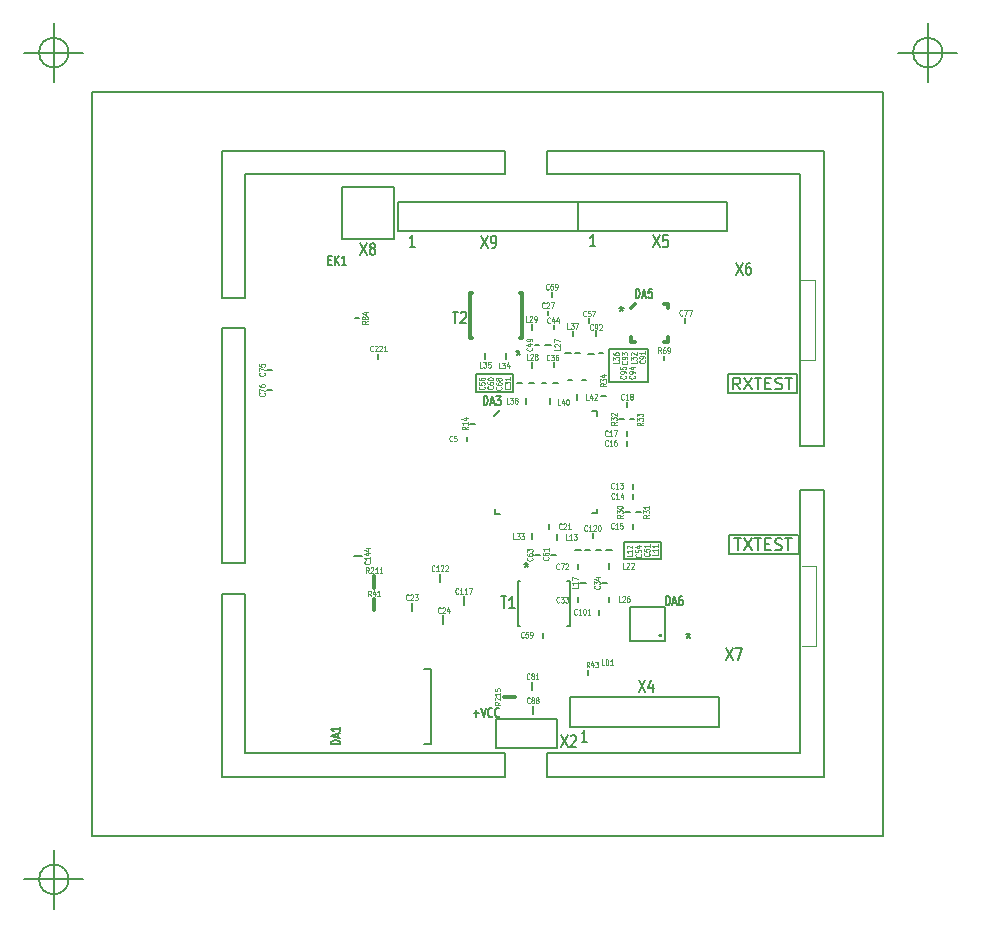
<source format=gto>
G04 (created by PCBNEW-RS274X (2012-08-04 BZR 3667)-testing) date 10/19/2012 7:17:05 PM*
%MOIN*%
G04 Gerber Fmt 3.4, Leading zero omitted, Abs format*
%FSLAX34Y34*%
G01*
G70*
G90*
G04 APERTURE LIST*
%ADD10C,0.0017*%
%ADD11C,0.0077*%
%ADD12C,0.0059*%
%ADD13C,0.0078*%
%ADD14C,0.0079*%
%ADD15C,0.0117*%
%ADD16C,0.0039*%
%ADD17C,0.0097*%
%ADD18C,0.0069*%
G04 APERTURE END LIST*
G54D10*
G54D11*
X60335Y-43268D02*
X60335Y-42677D01*
X61575Y-43268D02*
X60335Y-43268D01*
X61575Y-42677D02*
X61575Y-43268D01*
X60334Y-42677D02*
X61574Y-42677D01*
X59843Y-37343D02*
X59843Y-36260D01*
X61142Y-37343D02*
X59843Y-37343D01*
X61142Y-36260D02*
X61142Y-37343D01*
X59842Y-36259D02*
X61142Y-36259D01*
X55413Y-37106D02*
X55433Y-37106D01*
X55412Y-37697D02*
X55412Y-37106D01*
X56634Y-37697D02*
X55413Y-37697D01*
X56634Y-37106D02*
X56634Y-37697D01*
X55413Y-37106D02*
X56634Y-37106D01*
G54D12*
X41831Y-53937D02*
G75*
G03X41831Y-53937I-492J0D01*
G74*
G01*
X40355Y-53937D02*
X42323Y-53937D01*
X41339Y-52953D02*
X41339Y-54921D01*
X70964Y-26378D02*
G75*
G03X70964Y-26378I-492J0D01*
G74*
G01*
X69488Y-26378D02*
X71456Y-26378D01*
X70472Y-25394D02*
X70472Y-27362D01*
X41831Y-26378D02*
G75*
G03X41831Y-26378I-492J0D01*
G74*
G01*
X40355Y-26378D02*
X42323Y-26378D01*
X41339Y-25394D02*
X41339Y-27362D01*
G54D11*
X66126Y-37091D02*
X66126Y-37736D01*
X63813Y-37092D02*
X63813Y-37732D01*
X42606Y-52483D02*
X42606Y-27680D01*
X68983Y-52483D02*
X42606Y-52483D01*
X68983Y-27680D02*
X68983Y-52483D01*
X42606Y-27680D02*
X68983Y-27680D01*
X66228Y-30437D02*
X66228Y-39492D01*
X57764Y-30437D02*
X66228Y-30437D01*
X57764Y-29650D02*
X57764Y-30437D01*
X67016Y-29650D02*
X57764Y-29650D01*
X67016Y-39492D02*
X67016Y-29650D01*
X66228Y-39492D02*
X67016Y-39492D01*
X57764Y-50515D02*
X57764Y-49728D01*
X67016Y-50515D02*
X57764Y-50515D01*
X67016Y-40948D02*
X67016Y-50515D01*
X66228Y-40948D02*
X67016Y-40948D01*
X66228Y-49728D02*
X66228Y-40948D01*
X57764Y-49728D02*
X66228Y-49728D01*
X46936Y-50515D02*
X46936Y-44413D01*
X56386Y-50515D02*
X46936Y-50515D01*
X56386Y-49728D02*
X56386Y-50515D01*
X47724Y-49728D02*
X56386Y-49728D01*
X47724Y-44413D02*
X47724Y-49728D01*
X46936Y-44413D02*
X47724Y-44413D01*
X46936Y-43390D02*
X46936Y-35555D01*
X47724Y-43390D02*
X46936Y-43390D01*
X47724Y-35555D02*
X47724Y-43390D01*
X46936Y-35555D02*
X47724Y-35555D01*
X47724Y-30437D02*
X47724Y-34570D01*
X46936Y-34570D02*
X47724Y-34570D01*
X46936Y-29648D02*
X46936Y-34570D01*
X46936Y-29648D02*
X56384Y-29648D01*
X56384Y-29648D02*
X56384Y-30437D01*
X47724Y-30437D02*
X56384Y-30437D01*
G54D13*
X63815Y-37091D02*
X66125Y-37091D01*
G54D14*
X64018Y-42572D02*
X64242Y-42572D01*
X64130Y-42964D02*
X64130Y-42572D01*
X64336Y-42572D02*
X64597Y-42964D01*
X64597Y-42572D02*
X64336Y-42964D01*
X64690Y-42572D02*
X64914Y-42572D01*
X64802Y-42964D02*
X64802Y-42572D01*
X65045Y-42758D02*
X65176Y-42758D01*
X65232Y-42964D02*
X65045Y-42964D01*
X65045Y-42572D01*
X65232Y-42572D01*
X65382Y-42945D02*
X65438Y-42964D01*
X65531Y-42964D01*
X65568Y-42945D01*
X65587Y-42926D01*
X65606Y-42889D01*
X65606Y-42852D01*
X65587Y-42814D01*
X65568Y-42796D01*
X65531Y-42777D01*
X65456Y-42758D01*
X65419Y-42740D01*
X65400Y-42721D01*
X65382Y-42684D01*
X65382Y-42646D01*
X65400Y-42609D01*
X65419Y-42590D01*
X65456Y-42572D01*
X65550Y-42572D01*
X65606Y-42590D01*
X65717Y-42572D02*
X65941Y-42572D01*
X65829Y-42964D02*
X65829Y-42572D01*
G54D13*
X63850Y-43075D02*
X66162Y-43075D01*
G54D11*
X63849Y-42447D02*
X63849Y-43075D01*
G54D13*
X63850Y-42449D02*
X66162Y-42449D01*
G54D11*
X66165Y-42447D02*
X66165Y-43075D01*
G54D13*
X63815Y-37737D02*
X66125Y-37737D01*
G54D14*
X64217Y-37607D02*
X64087Y-37420D01*
X63993Y-37607D02*
X63993Y-37215D01*
X64143Y-37215D01*
X64180Y-37233D01*
X64199Y-37252D01*
X64217Y-37289D01*
X64217Y-37345D01*
X64199Y-37383D01*
X64180Y-37401D01*
X64143Y-37420D01*
X63993Y-37420D01*
X64348Y-37215D02*
X64609Y-37607D01*
X64609Y-37215D02*
X64348Y-37607D01*
X64702Y-37215D02*
X64926Y-37215D01*
X64814Y-37607D02*
X64814Y-37215D01*
X65057Y-37401D02*
X65188Y-37401D01*
X65244Y-37607D02*
X65057Y-37607D01*
X65057Y-37215D01*
X65244Y-37215D01*
X65394Y-37588D02*
X65450Y-37607D01*
X65543Y-37607D01*
X65580Y-37588D01*
X65599Y-37569D01*
X65618Y-37532D01*
X65618Y-37495D01*
X65599Y-37457D01*
X65580Y-37439D01*
X65543Y-37420D01*
X65468Y-37401D01*
X65431Y-37383D01*
X65412Y-37364D01*
X65394Y-37327D01*
X65394Y-37289D01*
X65412Y-37252D01*
X65431Y-37233D01*
X65468Y-37215D01*
X65562Y-37215D01*
X65618Y-37233D01*
X65729Y-37215D02*
X65953Y-37215D01*
X65841Y-37607D02*
X65841Y-37215D01*
G54D15*
X56336Y-47858D02*
X56728Y-47858D01*
X52020Y-43840D02*
X52020Y-44232D01*
X52020Y-44576D02*
X52020Y-44968D01*
G54D11*
X51523Y-35221D02*
X51367Y-35221D01*
X61685Y-36637D02*
X61685Y-36481D01*
X60383Y-41705D02*
X60539Y-41705D01*
X55377Y-38744D02*
X55221Y-38744D01*
X60905Y-41689D02*
X60749Y-41689D01*
X60540Y-38599D02*
X60696Y-38599D01*
X60342Y-38587D02*
X60186Y-38587D01*
X59587Y-37839D02*
X59743Y-37839D01*
X58701Y-42963D02*
X58897Y-42963D01*
X57923Y-36122D02*
X57727Y-36122D01*
X59745Y-42953D02*
X59941Y-42953D01*
X58630Y-35838D02*
X58630Y-35642D01*
X57272Y-36885D02*
X57272Y-36689D01*
X58374Y-36398D02*
X58570Y-36398D01*
X57264Y-35610D02*
X57264Y-35414D01*
X58787Y-37968D02*
X58787Y-37772D01*
X59350Y-36417D02*
X59154Y-36417D01*
X58126Y-42618D02*
X58126Y-42422D01*
X57293Y-42402D02*
X57293Y-42598D01*
X59862Y-44508D02*
X59862Y-44704D01*
X58878Y-44055D02*
X59074Y-44055D01*
X59862Y-43386D02*
X59862Y-43582D01*
X57067Y-38082D02*
X57067Y-37886D01*
X56398Y-36598D02*
X56398Y-36402D01*
X55720Y-36398D02*
X55720Y-36594D01*
X57874Y-38090D02*
X57874Y-37894D01*
X57293Y-47363D02*
X57293Y-47637D01*
X57303Y-48147D02*
X57303Y-48421D01*
X54327Y-45413D02*
X54327Y-45139D01*
X51332Y-43158D02*
X51606Y-43158D01*
X53272Y-44714D02*
X53272Y-44988D01*
X55000Y-44775D02*
X55000Y-44501D01*
X54205Y-43745D02*
X54205Y-44019D01*
X59193Y-35227D02*
X59193Y-35383D01*
X59504Y-44953D02*
X59504Y-45109D01*
X58799Y-44684D02*
X58799Y-44528D01*
X59771Y-44055D02*
X59615Y-44055D01*
X58799Y-43582D02*
X58799Y-43426D01*
X59202Y-42953D02*
X59046Y-42953D01*
X59566Y-42953D02*
X59410Y-42953D01*
X59307Y-42399D02*
X59307Y-42555D01*
X59499Y-36407D02*
X59655Y-36407D01*
X57646Y-45721D02*
X57646Y-45877D01*
X57799Y-34981D02*
X57799Y-35137D01*
X58082Y-43110D02*
X57926Y-43110D01*
X57539Y-43110D02*
X57383Y-43110D01*
X57844Y-42087D02*
X57844Y-42243D01*
X58934Y-37303D02*
X59090Y-37303D01*
X59425Y-35666D02*
X59425Y-35822D01*
X58721Y-36398D02*
X58877Y-36398D01*
X57363Y-36112D02*
X57519Y-36112D01*
X52153Y-36418D02*
X52153Y-36574D01*
X58002Y-35444D02*
X58002Y-35600D01*
X57993Y-37402D02*
X58149Y-37402D01*
X57599Y-37402D02*
X57755Y-37402D01*
X57182Y-37398D02*
X57338Y-37398D01*
X58002Y-36703D02*
X58002Y-36859D01*
X57941Y-34355D02*
X57941Y-34511D01*
X56796Y-37390D02*
X56952Y-37390D01*
X58469Y-37303D02*
X58625Y-37303D01*
X62394Y-35221D02*
X62394Y-35377D01*
X48454Y-36953D02*
X48610Y-36953D01*
X48610Y-37634D02*
X48454Y-37634D01*
X60441Y-38032D02*
X60441Y-38188D01*
X60445Y-39005D02*
X60445Y-39161D01*
X60441Y-39328D02*
X60441Y-39484D01*
X60650Y-40753D02*
X60650Y-40909D01*
X60638Y-42095D02*
X60638Y-42251D01*
X55106Y-39330D02*
X55106Y-39174D01*
X60658Y-41095D02*
X60658Y-41251D01*
X53688Y-46914D02*
X53923Y-46914D01*
X53923Y-46914D02*
X53923Y-49432D01*
X53688Y-49432D02*
X53923Y-49432D01*
X59162Y-47129D02*
X59162Y-46973D01*
G54D16*
X66736Y-43476D02*
X66736Y-46154D01*
X66736Y-46154D02*
X66263Y-46154D01*
X66263Y-43476D02*
X66735Y-43476D01*
X66720Y-33959D02*
X66720Y-36637D01*
X66720Y-36637D02*
X66247Y-36637D01*
X66247Y-33959D02*
X66719Y-33959D01*
G54D13*
X50935Y-30853D02*
X52663Y-30853D01*
X52663Y-30853D02*
X52663Y-32581D01*
X50935Y-32581D02*
X52663Y-32581D01*
X50935Y-30853D02*
X50935Y-32581D01*
X52815Y-31342D02*
X52815Y-32326D01*
X52815Y-31342D02*
X58799Y-31342D01*
X58799Y-31342D02*
X58799Y-32326D01*
X52815Y-32326D02*
X58799Y-32326D01*
X58106Y-49551D02*
X58106Y-48607D01*
X58106Y-49551D02*
X56072Y-49551D01*
X56072Y-49551D02*
X56072Y-48607D01*
X58106Y-48607D02*
X56072Y-48607D01*
G54D15*
X61557Y-45802D02*
G75*
G03X61557Y-45802I-8J0D01*
G74*
G01*
G54D14*
X61709Y-45986D02*
X61709Y-44846D01*
X61709Y-44846D02*
X60531Y-44846D01*
X60531Y-44846D02*
X60531Y-45986D01*
X60531Y-45986D02*
X61709Y-45986D01*
G54D13*
X56808Y-45481D02*
X56870Y-45481D01*
X56870Y-43981D02*
X56808Y-43981D01*
X58540Y-43981D02*
X58462Y-43981D01*
X58540Y-43981D02*
X58540Y-45481D01*
X58540Y-45481D02*
X58462Y-45481D01*
X56808Y-43981D02*
X56808Y-45481D01*
G54D15*
X61829Y-34750D02*
X61829Y-34887D01*
X61829Y-34750D02*
X61692Y-34750D01*
X61692Y-36008D02*
X61829Y-36008D01*
X61829Y-36008D02*
X61829Y-35871D01*
X60571Y-35871D02*
X60571Y-36008D01*
X60708Y-36008D02*
X60571Y-36008D01*
X60708Y-34750D02*
X60571Y-34887D01*
X56936Y-34374D02*
X56874Y-34374D01*
X56874Y-35874D02*
X56936Y-35874D01*
X55202Y-35874D02*
X55280Y-35874D01*
X55202Y-35874D02*
X55202Y-34374D01*
X55202Y-34374D02*
X55280Y-34374D01*
X56936Y-35874D02*
X56936Y-34374D01*
G54D13*
X56051Y-41580D02*
X56051Y-41742D01*
X56051Y-41742D02*
X56208Y-41742D01*
X59446Y-41739D02*
X59290Y-41739D01*
X59446Y-41577D02*
X59446Y-41739D01*
X59278Y-38330D02*
X59441Y-38330D01*
X59441Y-38330D02*
X59441Y-38487D01*
X56012Y-38502D02*
X56223Y-38291D01*
X58822Y-31342D02*
X58822Y-32326D01*
X58822Y-31342D02*
X63782Y-31342D01*
X63782Y-31342D02*
X63782Y-32326D01*
X58822Y-32326D02*
X63782Y-32326D01*
X58551Y-47858D02*
X58551Y-48842D01*
X58551Y-47858D02*
X63511Y-47858D01*
X63511Y-47858D02*
X63511Y-48842D01*
X58551Y-48842D02*
X63511Y-48842D01*
G54D17*
G54D16*
X56228Y-48023D02*
X56136Y-48075D01*
X56228Y-48113D02*
X56033Y-48113D01*
X56033Y-48053D01*
X56043Y-48038D01*
X56052Y-48030D01*
X56071Y-48023D01*
X56098Y-48023D01*
X56117Y-48030D01*
X56126Y-48038D01*
X56136Y-48053D01*
X56136Y-48113D01*
X56052Y-47963D02*
X56043Y-47956D01*
X56033Y-47941D01*
X56033Y-47903D01*
X56043Y-47888D01*
X56052Y-47881D01*
X56071Y-47873D01*
X56089Y-47873D01*
X56117Y-47881D01*
X56228Y-47971D01*
X56228Y-47873D01*
X56228Y-47723D02*
X56228Y-47813D01*
X56228Y-47768D02*
X56033Y-47768D01*
X56061Y-47783D01*
X56080Y-47798D01*
X56089Y-47813D01*
X56033Y-47581D02*
X56033Y-47656D01*
X56126Y-47663D01*
X56117Y-47656D01*
X56108Y-47641D01*
X56108Y-47603D01*
X56117Y-47588D01*
X56126Y-47581D01*
X56145Y-47573D01*
X56191Y-47573D01*
X56210Y-47581D01*
X56219Y-47588D01*
X56228Y-47603D01*
X56228Y-47641D01*
X56219Y-47656D01*
X56210Y-47663D01*
X51844Y-43728D02*
X51792Y-43636D01*
X51754Y-43728D02*
X51754Y-43533D01*
X51814Y-43533D01*
X51829Y-43543D01*
X51837Y-43552D01*
X51844Y-43571D01*
X51844Y-43598D01*
X51837Y-43617D01*
X51829Y-43626D01*
X51814Y-43636D01*
X51754Y-43636D01*
X51904Y-43552D02*
X51911Y-43543D01*
X51926Y-43533D01*
X51964Y-43533D01*
X51979Y-43543D01*
X51986Y-43552D01*
X51994Y-43571D01*
X51994Y-43589D01*
X51986Y-43617D01*
X51896Y-43728D01*
X51994Y-43728D01*
X52144Y-43728D02*
X52054Y-43728D01*
X52099Y-43728D02*
X52099Y-43533D01*
X52084Y-43561D01*
X52069Y-43580D01*
X52054Y-43589D01*
X52294Y-43728D02*
X52204Y-43728D01*
X52249Y-43728D02*
X52249Y-43533D01*
X52234Y-43561D01*
X52219Y-43580D01*
X52204Y-43589D01*
X51919Y-44503D02*
X51867Y-44411D01*
X51829Y-44503D02*
X51829Y-44308D01*
X51889Y-44308D01*
X51904Y-44318D01*
X51912Y-44327D01*
X51919Y-44346D01*
X51919Y-44373D01*
X51912Y-44392D01*
X51904Y-44401D01*
X51889Y-44411D01*
X51829Y-44411D01*
X52054Y-44373D02*
X52054Y-44503D01*
X52016Y-44299D02*
X51979Y-44438D01*
X52076Y-44438D01*
X52219Y-44503D02*
X52129Y-44503D01*
X52174Y-44503D02*
X52174Y-44308D01*
X52159Y-44336D01*
X52144Y-44355D01*
X52129Y-44364D01*
X51810Y-35318D02*
X51718Y-35370D01*
X51810Y-35408D02*
X51615Y-35408D01*
X51615Y-35348D01*
X51625Y-35333D01*
X51634Y-35325D01*
X51653Y-35318D01*
X51680Y-35318D01*
X51699Y-35325D01*
X51708Y-35333D01*
X51718Y-35348D01*
X51718Y-35408D01*
X51699Y-35228D02*
X51690Y-35243D01*
X51680Y-35251D01*
X51662Y-35258D01*
X51653Y-35258D01*
X51634Y-35251D01*
X51625Y-35243D01*
X51615Y-35228D01*
X51615Y-35198D01*
X51625Y-35183D01*
X51634Y-35176D01*
X51653Y-35168D01*
X51662Y-35168D01*
X51680Y-35176D01*
X51690Y-35183D01*
X51699Y-35198D01*
X51699Y-35228D01*
X51708Y-35243D01*
X51718Y-35251D01*
X51736Y-35258D01*
X51773Y-35258D01*
X51792Y-35251D01*
X51801Y-35243D01*
X51810Y-35228D01*
X51810Y-35198D01*
X51801Y-35183D01*
X51792Y-35176D01*
X51773Y-35168D01*
X51736Y-35168D01*
X51718Y-35176D01*
X51708Y-35183D01*
X51699Y-35198D01*
X51680Y-35033D02*
X51810Y-35033D01*
X51606Y-35071D02*
X51745Y-35108D01*
X51745Y-35011D01*
X61584Y-36397D02*
X61532Y-36305D01*
X61494Y-36397D02*
X61494Y-36202D01*
X61554Y-36202D01*
X61569Y-36212D01*
X61577Y-36221D01*
X61584Y-36240D01*
X61584Y-36267D01*
X61577Y-36286D01*
X61569Y-36295D01*
X61554Y-36305D01*
X61494Y-36305D01*
X61719Y-36202D02*
X61689Y-36202D01*
X61674Y-36212D01*
X61666Y-36221D01*
X61651Y-36249D01*
X61644Y-36286D01*
X61644Y-36360D01*
X61651Y-36379D01*
X61659Y-36388D01*
X61674Y-36397D01*
X61704Y-36397D01*
X61719Y-36388D01*
X61726Y-36379D01*
X61734Y-36360D01*
X61734Y-36314D01*
X61726Y-36295D01*
X61719Y-36286D01*
X61704Y-36277D01*
X61674Y-36277D01*
X61659Y-36286D01*
X61651Y-36295D01*
X61644Y-36314D01*
X61809Y-36397D02*
X61839Y-36397D01*
X61854Y-36388D01*
X61861Y-36379D01*
X61876Y-36351D01*
X61884Y-36314D01*
X61884Y-36240D01*
X61876Y-36221D01*
X61869Y-36212D01*
X61854Y-36202D01*
X61824Y-36202D01*
X61809Y-36212D01*
X61801Y-36221D01*
X61794Y-36240D01*
X61794Y-36286D01*
X61801Y-36305D01*
X61809Y-36314D01*
X61824Y-36323D01*
X61854Y-36323D01*
X61869Y-36314D01*
X61876Y-36305D01*
X61884Y-36286D01*
X60303Y-41790D02*
X60211Y-41842D01*
X60303Y-41880D02*
X60108Y-41880D01*
X60108Y-41820D01*
X60118Y-41805D01*
X60127Y-41797D01*
X60146Y-41790D01*
X60173Y-41790D01*
X60192Y-41797D01*
X60201Y-41805D01*
X60211Y-41820D01*
X60211Y-41880D01*
X60108Y-41738D02*
X60108Y-41640D01*
X60183Y-41693D01*
X60183Y-41670D01*
X60192Y-41655D01*
X60201Y-41648D01*
X60220Y-41640D01*
X60266Y-41640D01*
X60285Y-41648D01*
X60294Y-41655D01*
X60303Y-41670D01*
X60303Y-41715D01*
X60294Y-41730D01*
X60285Y-41738D01*
X60108Y-41543D02*
X60108Y-41528D01*
X60118Y-41513D01*
X60127Y-41505D01*
X60146Y-41498D01*
X60183Y-41490D01*
X60229Y-41490D01*
X60266Y-41498D01*
X60285Y-41505D01*
X60294Y-41513D01*
X60303Y-41528D01*
X60303Y-41543D01*
X60294Y-41558D01*
X60285Y-41565D01*
X60266Y-41573D01*
X60229Y-41580D01*
X60183Y-41580D01*
X60146Y-41573D01*
X60127Y-41565D01*
X60118Y-41558D01*
X60108Y-41543D01*
X55133Y-38845D02*
X55041Y-38897D01*
X55133Y-38935D02*
X54938Y-38935D01*
X54938Y-38875D01*
X54948Y-38860D01*
X54957Y-38852D01*
X54976Y-38845D01*
X55003Y-38845D01*
X55022Y-38852D01*
X55031Y-38860D01*
X55041Y-38875D01*
X55041Y-38935D01*
X55133Y-38695D02*
X55133Y-38785D01*
X55133Y-38740D02*
X54938Y-38740D01*
X54966Y-38755D01*
X54985Y-38770D01*
X54994Y-38785D01*
X55003Y-38560D02*
X55133Y-38560D01*
X54929Y-38598D02*
X55068Y-38635D01*
X55068Y-38538D01*
X61184Y-41786D02*
X61092Y-41838D01*
X61184Y-41876D02*
X60989Y-41876D01*
X60989Y-41816D01*
X60999Y-41801D01*
X61008Y-41793D01*
X61027Y-41786D01*
X61054Y-41786D01*
X61073Y-41793D01*
X61082Y-41801D01*
X61092Y-41816D01*
X61092Y-41876D01*
X60989Y-41734D02*
X60989Y-41636D01*
X61064Y-41689D01*
X61064Y-41666D01*
X61073Y-41651D01*
X61082Y-41644D01*
X61101Y-41636D01*
X61147Y-41636D01*
X61166Y-41644D01*
X61175Y-41651D01*
X61184Y-41666D01*
X61184Y-41711D01*
X61175Y-41726D01*
X61166Y-41734D01*
X61184Y-41486D02*
X61184Y-41576D01*
X61184Y-41531D02*
X60989Y-41531D01*
X61017Y-41546D01*
X61036Y-41561D01*
X61045Y-41576D01*
X60972Y-38708D02*
X60880Y-38760D01*
X60972Y-38798D02*
X60777Y-38798D01*
X60777Y-38738D01*
X60787Y-38723D01*
X60796Y-38715D01*
X60815Y-38708D01*
X60842Y-38708D01*
X60861Y-38715D01*
X60870Y-38723D01*
X60880Y-38738D01*
X60880Y-38798D01*
X60777Y-38656D02*
X60777Y-38558D01*
X60852Y-38611D01*
X60852Y-38588D01*
X60861Y-38573D01*
X60870Y-38566D01*
X60889Y-38558D01*
X60935Y-38558D01*
X60954Y-38566D01*
X60963Y-38573D01*
X60972Y-38588D01*
X60972Y-38633D01*
X60963Y-38648D01*
X60954Y-38656D01*
X60777Y-38506D02*
X60777Y-38408D01*
X60852Y-38461D01*
X60852Y-38438D01*
X60861Y-38423D01*
X60870Y-38416D01*
X60889Y-38408D01*
X60935Y-38408D01*
X60954Y-38416D01*
X60963Y-38423D01*
X60972Y-38438D01*
X60972Y-38483D01*
X60963Y-38498D01*
X60954Y-38506D01*
X60106Y-38684D02*
X60014Y-38736D01*
X60106Y-38774D02*
X59911Y-38774D01*
X59911Y-38714D01*
X59921Y-38699D01*
X59930Y-38691D01*
X59949Y-38684D01*
X59976Y-38684D01*
X59995Y-38691D01*
X60004Y-38699D01*
X60014Y-38714D01*
X60014Y-38774D01*
X59911Y-38632D02*
X59911Y-38534D01*
X59986Y-38587D01*
X59986Y-38564D01*
X59995Y-38549D01*
X60004Y-38542D01*
X60023Y-38534D01*
X60069Y-38534D01*
X60088Y-38542D01*
X60097Y-38549D01*
X60106Y-38564D01*
X60106Y-38609D01*
X60097Y-38624D01*
X60088Y-38632D01*
X59930Y-38474D02*
X59921Y-38467D01*
X59911Y-38452D01*
X59911Y-38414D01*
X59921Y-38399D01*
X59930Y-38392D01*
X59949Y-38384D01*
X59967Y-38384D01*
X59995Y-38392D01*
X60106Y-38482D01*
X60106Y-38384D01*
X59751Y-37400D02*
X59659Y-37452D01*
X59751Y-37490D02*
X59556Y-37490D01*
X59556Y-37430D01*
X59566Y-37415D01*
X59575Y-37407D01*
X59594Y-37400D01*
X59621Y-37400D01*
X59640Y-37407D01*
X59649Y-37415D01*
X59659Y-37430D01*
X59659Y-37490D01*
X59556Y-37348D02*
X59556Y-37250D01*
X59631Y-37303D01*
X59631Y-37280D01*
X59640Y-37265D01*
X59649Y-37258D01*
X59668Y-37250D01*
X59714Y-37250D01*
X59733Y-37258D01*
X59742Y-37265D01*
X59751Y-37280D01*
X59751Y-37325D01*
X59742Y-37340D01*
X59733Y-37348D01*
X59621Y-37115D02*
X59751Y-37115D01*
X59547Y-37153D02*
X59686Y-37190D01*
X59686Y-37093D01*
X60629Y-43093D02*
X60629Y-43168D01*
X60434Y-43168D01*
X60629Y-42958D02*
X60629Y-43048D01*
X60629Y-43003D02*
X60434Y-43003D01*
X60462Y-43018D01*
X60481Y-43033D01*
X60490Y-43048D01*
X60453Y-42898D02*
X60444Y-42891D01*
X60434Y-42876D01*
X60434Y-42838D01*
X60444Y-42823D01*
X60453Y-42816D01*
X60472Y-42808D01*
X60490Y-42808D01*
X60518Y-42816D01*
X60629Y-42906D01*
X60629Y-42808D01*
X58216Y-36219D02*
X58216Y-36294D01*
X58021Y-36294D01*
X58040Y-36174D02*
X58031Y-36167D01*
X58021Y-36152D01*
X58021Y-36114D01*
X58031Y-36099D01*
X58040Y-36092D01*
X58059Y-36084D01*
X58077Y-36084D01*
X58105Y-36092D01*
X58216Y-36182D01*
X58216Y-36084D01*
X58021Y-36032D02*
X58021Y-35927D01*
X58216Y-35994D01*
X61476Y-43054D02*
X61476Y-43129D01*
X61281Y-43129D01*
X61476Y-42919D02*
X61476Y-43009D01*
X61476Y-42964D02*
X61281Y-42964D01*
X61309Y-42979D01*
X61328Y-42994D01*
X61337Y-43009D01*
X61476Y-42769D02*
X61476Y-42859D01*
X61476Y-42814D02*
X61281Y-42814D01*
X61309Y-42829D01*
X61328Y-42844D01*
X61337Y-42859D01*
X58537Y-35586D02*
X58462Y-35586D01*
X58462Y-35391D01*
X58574Y-35391D02*
X58672Y-35391D01*
X58619Y-35466D01*
X58642Y-35466D01*
X58657Y-35475D01*
X58664Y-35484D01*
X58672Y-35503D01*
X58672Y-35549D01*
X58664Y-35568D01*
X58657Y-35577D01*
X58642Y-35586D01*
X58597Y-35586D01*
X58582Y-35577D01*
X58574Y-35568D01*
X58724Y-35391D02*
X58829Y-35391D01*
X58762Y-35586D01*
X57179Y-36617D02*
X57104Y-36617D01*
X57104Y-36422D01*
X57224Y-36441D02*
X57231Y-36432D01*
X57246Y-36422D01*
X57284Y-36422D01*
X57299Y-36432D01*
X57306Y-36441D01*
X57314Y-36460D01*
X57314Y-36478D01*
X57306Y-36506D01*
X57216Y-36617D01*
X57314Y-36617D01*
X57404Y-36506D02*
X57389Y-36497D01*
X57381Y-36487D01*
X57374Y-36469D01*
X57374Y-36460D01*
X57381Y-36441D01*
X57389Y-36432D01*
X57404Y-36422D01*
X57434Y-36422D01*
X57449Y-36432D01*
X57456Y-36441D01*
X57464Y-36460D01*
X57464Y-36469D01*
X57456Y-36487D01*
X57449Y-36497D01*
X57434Y-36506D01*
X57404Y-36506D01*
X57389Y-36515D01*
X57381Y-36525D01*
X57374Y-36543D01*
X57374Y-36580D01*
X57381Y-36599D01*
X57389Y-36608D01*
X57404Y-36617D01*
X57434Y-36617D01*
X57449Y-36608D01*
X57456Y-36599D01*
X57464Y-36580D01*
X57464Y-36543D01*
X57456Y-36525D01*
X57449Y-36515D01*
X57434Y-36506D01*
X60176Y-36656D02*
X60176Y-36731D01*
X59981Y-36731D01*
X59981Y-36619D02*
X59981Y-36521D01*
X60056Y-36574D01*
X60056Y-36551D01*
X60065Y-36536D01*
X60074Y-36529D01*
X60093Y-36521D01*
X60139Y-36521D01*
X60158Y-36529D01*
X60167Y-36536D01*
X60176Y-36551D01*
X60176Y-36596D01*
X60167Y-36611D01*
X60158Y-36619D01*
X59981Y-36386D02*
X59981Y-36416D01*
X59991Y-36431D01*
X60000Y-36439D01*
X60028Y-36454D01*
X60065Y-36461D01*
X60139Y-36461D01*
X60158Y-36454D01*
X60167Y-36446D01*
X60176Y-36431D01*
X60176Y-36401D01*
X60167Y-36386D01*
X60158Y-36379D01*
X60139Y-36371D01*
X60093Y-36371D01*
X60074Y-36379D01*
X60065Y-36386D01*
X60056Y-36401D01*
X60056Y-36431D01*
X60065Y-36446D01*
X60074Y-36454D01*
X60093Y-36461D01*
X57155Y-35350D02*
X57080Y-35350D01*
X57080Y-35155D01*
X57200Y-35174D02*
X57207Y-35165D01*
X57222Y-35155D01*
X57260Y-35155D01*
X57275Y-35165D01*
X57282Y-35174D01*
X57290Y-35193D01*
X57290Y-35211D01*
X57282Y-35239D01*
X57192Y-35350D01*
X57290Y-35350D01*
X57365Y-35350D02*
X57395Y-35350D01*
X57410Y-35341D01*
X57417Y-35332D01*
X57432Y-35304D01*
X57440Y-35267D01*
X57440Y-35193D01*
X57432Y-35174D01*
X57425Y-35165D01*
X57410Y-35155D01*
X57380Y-35155D01*
X57365Y-35165D01*
X57357Y-35174D01*
X57350Y-35193D01*
X57350Y-35239D01*
X57357Y-35258D01*
X57365Y-35267D01*
X57380Y-35276D01*
X57410Y-35276D01*
X57425Y-35267D01*
X57432Y-35258D01*
X57440Y-35239D01*
X59171Y-37948D02*
X59096Y-37948D01*
X59096Y-37753D01*
X59291Y-37818D02*
X59291Y-37948D01*
X59253Y-37744D02*
X59216Y-37883D01*
X59313Y-37883D01*
X59366Y-37772D02*
X59373Y-37763D01*
X59388Y-37753D01*
X59426Y-37753D01*
X59441Y-37763D01*
X59448Y-37772D01*
X59456Y-37791D01*
X59456Y-37809D01*
X59448Y-37837D01*
X59358Y-37948D01*
X59456Y-37948D01*
X60767Y-36656D02*
X60767Y-36731D01*
X60572Y-36731D01*
X60572Y-36619D02*
X60572Y-36521D01*
X60647Y-36574D01*
X60647Y-36551D01*
X60656Y-36536D01*
X60665Y-36529D01*
X60684Y-36521D01*
X60730Y-36521D01*
X60749Y-36529D01*
X60758Y-36536D01*
X60767Y-36551D01*
X60767Y-36596D01*
X60758Y-36611D01*
X60749Y-36619D01*
X60591Y-36461D02*
X60582Y-36454D01*
X60572Y-36439D01*
X60572Y-36401D01*
X60582Y-36386D01*
X60591Y-36379D01*
X60610Y-36371D01*
X60628Y-36371D01*
X60656Y-36379D01*
X60767Y-36469D01*
X60767Y-36371D01*
X58482Y-42617D02*
X58407Y-42617D01*
X58407Y-42422D01*
X58617Y-42617D02*
X58527Y-42617D01*
X58572Y-42617D02*
X58572Y-42422D01*
X58557Y-42450D01*
X58542Y-42469D01*
X58527Y-42478D01*
X58669Y-42422D02*
X58767Y-42422D01*
X58714Y-42497D01*
X58737Y-42497D01*
X58752Y-42506D01*
X58759Y-42515D01*
X58767Y-42534D01*
X58767Y-42580D01*
X58759Y-42599D01*
X58752Y-42608D01*
X58737Y-42617D01*
X58692Y-42617D01*
X58677Y-42608D01*
X58669Y-42599D01*
X56730Y-42598D02*
X56655Y-42598D01*
X56655Y-42403D01*
X56767Y-42403D02*
X56865Y-42403D01*
X56812Y-42478D01*
X56835Y-42478D01*
X56850Y-42487D01*
X56857Y-42496D01*
X56865Y-42515D01*
X56865Y-42561D01*
X56857Y-42580D01*
X56850Y-42589D01*
X56835Y-42598D01*
X56790Y-42598D01*
X56775Y-42589D01*
X56767Y-42580D01*
X56917Y-42403D02*
X57015Y-42403D01*
X56962Y-42478D01*
X56985Y-42478D01*
X57000Y-42487D01*
X57007Y-42496D01*
X57015Y-42515D01*
X57015Y-42561D01*
X57007Y-42580D01*
X57000Y-42589D01*
X56985Y-42598D01*
X56940Y-42598D01*
X56925Y-42589D01*
X56917Y-42580D01*
X60245Y-44688D02*
X60170Y-44688D01*
X60170Y-44493D01*
X60290Y-44512D02*
X60297Y-44503D01*
X60312Y-44493D01*
X60350Y-44493D01*
X60365Y-44503D01*
X60372Y-44512D01*
X60380Y-44531D01*
X60380Y-44549D01*
X60372Y-44577D01*
X60282Y-44688D01*
X60380Y-44688D01*
X60515Y-44493D02*
X60485Y-44493D01*
X60470Y-44503D01*
X60462Y-44512D01*
X60447Y-44540D01*
X60440Y-44577D01*
X60440Y-44651D01*
X60447Y-44670D01*
X60455Y-44679D01*
X60470Y-44688D01*
X60500Y-44688D01*
X60515Y-44679D01*
X60522Y-44670D01*
X60530Y-44651D01*
X60530Y-44605D01*
X60522Y-44586D01*
X60515Y-44577D01*
X60500Y-44568D01*
X60470Y-44568D01*
X60455Y-44577D01*
X60447Y-44586D01*
X60440Y-44605D01*
X58798Y-44156D02*
X58798Y-44231D01*
X58603Y-44231D01*
X58798Y-44021D02*
X58798Y-44111D01*
X58798Y-44066D02*
X58603Y-44066D01*
X58631Y-44081D01*
X58650Y-44096D01*
X58659Y-44111D01*
X58603Y-43969D02*
X58603Y-43864D01*
X58798Y-43931D01*
X60391Y-43582D02*
X60316Y-43582D01*
X60316Y-43387D01*
X60436Y-43406D02*
X60443Y-43397D01*
X60458Y-43387D01*
X60496Y-43387D01*
X60511Y-43397D01*
X60518Y-43406D01*
X60526Y-43425D01*
X60526Y-43443D01*
X60518Y-43471D01*
X60428Y-43582D01*
X60526Y-43582D01*
X60586Y-43406D02*
X60593Y-43397D01*
X60608Y-43387D01*
X60646Y-43387D01*
X60661Y-43397D01*
X60668Y-43406D01*
X60676Y-43425D01*
X60676Y-43443D01*
X60668Y-43471D01*
X60578Y-43582D01*
X60676Y-43582D01*
X56513Y-38074D02*
X56438Y-38074D01*
X56438Y-37879D01*
X56550Y-37879D02*
X56648Y-37879D01*
X56595Y-37954D01*
X56618Y-37954D01*
X56633Y-37963D01*
X56640Y-37972D01*
X56648Y-37991D01*
X56648Y-38037D01*
X56640Y-38056D01*
X56633Y-38065D01*
X56618Y-38074D01*
X56573Y-38074D01*
X56558Y-38065D01*
X56550Y-38056D01*
X56738Y-37963D02*
X56723Y-37954D01*
X56715Y-37944D01*
X56708Y-37926D01*
X56708Y-37917D01*
X56715Y-37898D01*
X56723Y-37889D01*
X56738Y-37879D01*
X56768Y-37879D01*
X56783Y-37889D01*
X56790Y-37898D01*
X56798Y-37917D01*
X56798Y-37926D01*
X56790Y-37944D01*
X56783Y-37954D01*
X56768Y-37963D01*
X56738Y-37963D01*
X56723Y-37972D01*
X56715Y-37982D01*
X56708Y-38000D01*
X56708Y-38037D01*
X56715Y-38056D01*
X56723Y-38065D01*
X56738Y-38074D01*
X56768Y-38074D01*
X56783Y-38065D01*
X56790Y-38056D01*
X56798Y-38037D01*
X56798Y-38000D01*
X56790Y-37982D01*
X56783Y-37972D01*
X56768Y-37963D01*
X56242Y-36905D02*
X56167Y-36905D01*
X56167Y-36710D01*
X56279Y-36710D02*
X56377Y-36710D01*
X56324Y-36785D01*
X56347Y-36785D01*
X56362Y-36794D01*
X56369Y-36803D01*
X56377Y-36822D01*
X56377Y-36868D01*
X56369Y-36887D01*
X56362Y-36896D01*
X56347Y-36905D01*
X56302Y-36905D01*
X56287Y-36896D01*
X56279Y-36887D01*
X56512Y-36775D02*
X56512Y-36905D01*
X56474Y-36701D02*
X56437Y-36840D01*
X56534Y-36840D01*
X55623Y-36881D02*
X55548Y-36881D01*
X55548Y-36686D01*
X55660Y-36686D02*
X55758Y-36686D01*
X55705Y-36761D01*
X55728Y-36761D01*
X55743Y-36770D01*
X55750Y-36779D01*
X55758Y-36798D01*
X55758Y-36844D01*
X55750Y-36863D01*
X55743Y-36872D01*
X55728Y-36881D01*
X55683Y-36881D01*
X55668Y-36872D01*
X55660Y-36863D01*
X55900Y-36686D02*
X55825Y-36686D01*
X55818Y-36779D01*
X55825Y-36770D01*
X55840Y-36761D01*
X55878Y-36761D01*
X55893Y-36770D01*
X55900Y-36779D01*
X55908Y-36798D01*
X55908Y-36844D01*
X55900Y-36863D01*
X55893Y-36872D01*
X55878Y-36881D01*
X55840Y-36881D01*
X55825Y-36872D01*
X55818Y-36863D01*
X58226Y-38125D02*
X58151Y-38125D01*
X58151Y-37930D01*
X58346Y-37995D02*
X58346Y-38125D01*
X58308Y-37921D02*
X58271Y-38060D01*
X58368Y-38060D01*
X58458Y-37930D02*
X58473Y-37930D01*
X58488Y-37940D01*
X58496Y-37949D01*
X58503Y-37968D01*
X58511Y-38005D01*
X58511Y-38051D01*
X58503Y-38088D01*
X58496Y-38107D01*
X58488Y-38116D01*
X58473Y-38125D01*
X58458Y-38125D01*
X58443Y-38116D01*
X58436Y-38107D01*
X58428Y-38088D01*
X58421Y-38051D01*
X58421Y-38005D01*
X58428Y-37968D01*
X58436Y-37949D01*
X58443Y-37940D01*
X58458Y-37930D01*
X57196Y-47241D02*
X57189Y-47250D01*
X57166Y-47259D01*
X57151Y-47259D01*
X57129Y-47250D01*
X57114Y-47232D01*
X57106Y-47213D01*
X57099Y-47176D01*
X57099Y-47148D01*
X57106Y-47111D01*
X57114Y-47092D01*
X57129Y-47074D01*
X57151Y-47064D01*
X57166Y-47064D01*
X57189Y-47074D01*
X57196Y-47083D01*
X57286Y-47148D02*
X57271Y-47139D01*
X57263Y-47129D01*
X57256Y-47111D01*
X57256Y-47102D01*
X57263Y-47083D01*
X57271Y-47074D01*
X57286Y-47064D01*
X57316Y-47064D01*
X57331Y-47074D01*
X57338Y-47083D01*
X57346Y-47102D01*
X57346Y-47111D01*
X57338Y-47129D01*
X57331Y-47139D01*
X57316Y-47148D01*
X57286Y-47148D01*
X57271Y-47157D01*
X57263Y-47167D01*
X57256Y-47185D01*
X57256Y-47222D01*
X57263Y-47241D01*
X57271Y-47250D01*
X57286Y-47259D01*
X57316Y-47259D01*
X57331Y-47250D01*
X57338Y-47241D01*
X57346Y-47222D01*
X57346Y-47185D01*
X57338Y-47167D01*
X57331Y-47157D01*
X57316Y-47148D01*
X57496Y-47259D02*
X57406Y-47259D01*
X57451Y-47259D02*
X57451Y-47064D01*
X57436Y-47092D01*
X57421Y-47111D01*
X57406Y-47120D01*
X57198Y-48048D02*
X57191Y-48057D01*
X57168Y-48066D01*
X57153Y-48066D01*
X57131Y-48057D01*
X57116Y-48039D01*
X57108Y-48020D01*
X57101Y-47983D01*
X57101Y-47955D01*
X57108Y-47918D01*
X57116Y-47899D01*
X57131Y-47881D01*
X57153Y-47871D01*
X57168Y-47871D01*
X57191Y-47881D01*
X57198Y-47890D01*
X57288Y-47955D02*
X57273Y-47946D01*
X57265Y-47936D01*
X57258Y-47918D01*
X57258Y-47909D01*
X57265Y-47890D01*
X57273Y-47881D01*
X57288Y-47871D01*
X57318Y-47871D01*
X57333Y-47881D01*
X57340Y-47890D01*
X57348Y-47909D01*
X57348Y-47918D01*
X57340Y-47936D01*
X57333Y-47946D01*
X57318Y-47955D01*
X57288Y-47955D01*
X57273Y-47964D01*
X57265Y-47974D01*
X57258Y-47992D01*
X57258Y-48029D01*
X57265Y-48048D01*
X57273Y-48057D01*
X57288Y-48066D01*
X57318Y-48066D01*
X57333Y-48057D01*
X57340Y-48048D01*
X57348Y-48029D01*
X57348Y-47992D01*
X57340Y-47974D01*
X57333Y-47964D01*
X57318Y-47955D01*
X57438Y-47955D02*
X57423Y-47946D01*
X57415Y-47936D01*
X57408Y-47918D01*
X57408Y-47909D01*
X57415Y-47890D01*
X57423Y-47881D01*
X57438Y-47871D01*
X57468Y-47871D01*
X57483Y-47881D01*
X57490Y-47890D01*
X57498Y-47909D01*
X57498Y-47918D01*
X57490Y-47936D01*
X57483Y-47946D01*
X57468Y-47955D01*
X57438Y-47955D01*
X57423Y-47964D01*
X57415Y-47974D01*
X57408Y-47992D01*
X57408Y-48029D01*
X57415Y-48048D01*
X57423Y-48057D01*
X57438Y-48066D01*
X57468Y-48066D01*
X57483Y-48057D01*
X57490Y-48048D01*
X57498Y-48029D01*
X57498Y-47992D01*
X57490Y-47974D01*
X57483Y-47964D01*
X57468Y-47955D01*
X54234Y-45041D02*
X54227Y-45050D01*
X54204Y-45059D01*
X54189Y-45059D01*
X54167Y-45050D01*
X54152Y-45032D01*
X54144Y-45013D01*
X54137Y-44976D01*
X54137Y-44948D01*
X54144Y-44911D01*
X54152Y-44892D01*
X54167Y-44874D01*
X54189Y-44864D01*
X54204Y-44864D01*
X54227Y-44874D01*
X54234Y-44883D01*
X54294Y-44883D02*
X54301Y-44874D01*
X54316Y-44864D01*
X54354Y-44864D01*
X54369Y-44874D01*
X54376Y-44883D01*
X54384Y-44902D01*
X54384Y-44920D01*
X54376Y-44948D01*
X54286Y-45059D01*
X54384Y-45059D01*
X54519Y-44929D02*
X54519Y-45059D01*
X54481Y-44855D02*
X54444Y-44994D01*
X54541Y-44994D01*
X51867Y-43338D02*
X51876Y-43345D01*
X51885Y-43368D01*
X51885Y-43383D01*
X51876Y-43405D01*
X51858Y-43420D01*
X51839Y-43428D01*
X51802Y-43435D01*
X51774Y-43435D01*
X51737Y-43428D01*
X51718Y-43420D01*
X51700Y-43405D01*
X51690Y-43383D01*
X51690Y-43368D01*
X51700Y-43345D01*
X51709Y-43338D01*
X51885Y-43188D02*
X51885Y-43278D01*
X51885Y-43233D02*
X51690Y-43233D01*
X51718Y-43248D01*
X51737Y-43263D01*
X51746Y-43278D01*
X51755Y-43053D02*
X51885Y-43053D01*
X51681Y-43091D02*
X51820Y-43128D01*
X51820Y-43031D01*
X51755Y-42903D02*
X51885Y-42903D01*
X51681Y-42941D02*
X51820Y-42978D01*
X51820Y-42881D01*
X53167Y-44611D02*
X53160Y-44620D01*
X53137Y-44629D01*
X53122Y-44629D01*
X53100Y-44620D01*
X53085Y-44602D01*
X53077Y-44583D01*
X53070Y-44546D01*
X53070Y-44518D01*
X53077Y-44481D01*
X53085Y-44462D01*
X53100Y-44444D01*
X53122Y-44434D01*
X53137Y-44434D01*
X53160Y-44444D01*
X53167Y-44453D01*
X53227Y-44453D02*
X53234Y-44444D01*
X53249Y-44434D01*
X53287Y-44434D01*
X53302Y-44444D01*
X53309Y-44453D01*
X53317Y-44472D01*
X53317Y-44490D01*
X53309Y-44518D01*
X53219Y-44629D01*
X53317Y-44629D01*
X53369Y-44434D02*
X53467Y-44434D01*
X53414Y-44509D01*
X53437Y-44509D01*
X53452Y-44518D01*
X53459Y-44527D01*
X53467Y-44546D01*
X53467Y-44592D01*
X53459Y-44611D01*
X53452Y-44620D01*
X53437Y-44629D01*
X53392Y-44629D01*
X53377Y-44620D01*
X53369Y-44611D01*
X54824Y-44403D02*
X54817Y-44412D01*
X54794Y-44421D01*
X54779Y-44421D01*
X54757Y-44412D01*
X54742Y-44394D01*
X54734Y-44375D01*
X54727Y-44338D01*
X54727Y-44310D01*
X54734Y-44273D01*
X54742Y-44254D01*
X54757Y-44236D01*
X54779Y-44226D01*
X54794Y-44226D01*
X54817Y-44236D01*
X54824Y-44245D01*
X54974Y-44421D02*
X54884Y-44421D01*
X54929Y-44421D02*
X54929Y-44226D01*
X54914Y-44254D01*
X54899Y-44273D01*
X54884Y-44282D01*
X55124Y-44421D02*
X55034Y-44421D01*
X55079Y-44421D02*
X55079Y-44226D01*
X55064Y-44254D01*
X55049Y-44273D01*
X55034Y-44282D01*
X55176Y-44226D02*
X55281Y-44226D01*
X55214Y-44421D01*
X54029Y-43643D02*
X54022Y-43652D01*
X53999Y-43661D01*
X53984Y-43661D01*
X53962Y-43652D01*
X53947Y-43634D01*
X53939Y-43615D01*
X53932Y-43578D01*
X53932Y-43550D01*
X53939Y-43513D01*
X53947Y-43494D01*
X53962Y-43476D01*
X53984Y-43466D01*
X53999Y-43466D01*
X54022Y-43476D01*
X54029Y-43485D01*
X54179Y-43661D02*
X54089Y-43661D01*
X54134Y-43661D02*
X54134Y-43466D01*
X54119Y-43494D01*
X54104Y-43513D01*
X54089Y-43522D01*
X54239Y-43485D02*
X54246Y-43476D01*
X54261Y-43466D01*
X54299Y-43466D01*
X54314Y-43476D01*
X54321Y-43485D01*
X54329Y-43504D01*
X54329Y-43522D01*
X54321Y-43550D01*
X54231Y-43661D01*
X54329Y-43661D01*
X54389Y-43485D02*
X54396Y-43476D01*
X54411Y-43466D01*
X54449Y-43466D01*
X54464Y-43476D01*
X54471Y-43485D01*
X54479Y-43504D01*
X54479Y-43522D01*
X54471Y-43550D01*
X54381Y-43661D01*
X54479Y-43661D01*
X59084Y-35151D02*
X59077Y-35160D01*
X59054Y-35169D01*
X59039Y-35169D01*
X59017Y-35160D01*
X59002Y-35142D01*
X58994Y-35123D01*
X58987Y-35086D01*
X58987Y-35058D01*
X58994Y-35021D01*
X59002Y-35002D01*
X59017Y-34984D01*
X59039Y-34974D01*
X59054Y-34974D01*
X59077Y-34984D01*
X59084Y-34993D01*
X59226Y-34974D02*
X59151Y-34974D01*
X59144Y-35067D01*
X59151Y-35058D01*
X59166Y-35049D01*
X59204Y-35049D01*
X59219Y-35058D01*
X59226Y-35067D01*
X59234Y-35086D01*
X59234Y-35132D01*
X59226Y-35151D01*
X59219Y-35160D01*
X59204Y-35169D01*
X59166Y-35169D01*
X59151Y-35160D01*
X59144Y-35151D01*
X59286Y-34974D02*
X59391Y-34974D01*
X59324Y-35169D01*
X58773Y-45091D02*
X58766Y-45100D01*
X58743Y-45109D01*
X58728Y-45109D01*
X58706Y-45100D01*
X58691Y-45082D01*
X58683Y-45063D01*
X58676Y-45026D01*
X58676Y-44998D01*
X58683Y-44961D01*
X58691Y-44942D01*
X58706Y-44924D01*
X58728Y-44914D01*
X58743Y-44914D01*
X58766Y-44924D01*
X58773Y-44933D01*
X58923Y-45109D02*
X58833Y-45109D01*
X58878Y-45109D02*
X58878Y-44914D01*
X58863Y-44942D01*
X58848Y-44961D01*
X58833Y-44970D01*
X59020Y-44914D02*
X59035Y-44914D01*
X59050Y-44924D01*
X59058Y-44933D01*
X59065Y-44952D01*
X59073Y-44989D01*
X59073Y-45035D01*
X59065Y-45072D01*
X59058Y-45091D01*
X59050Y-45100D01*
X59035Y-45109D01*
X59020Y-45109D01*
X59005Y-45100D01*
X58998Y-45091D01*
X58990Y-45072D01*
X58983Y-45035D01*
X58983Y-44989D01*
X58990Y-44952D01*
X58998Y-44933D01*
X59005Y-44924D01*
X59020Y-44914D01*
X59223Y-45109D02*
X59133Y-45109D01*
X59178Y-45109D02*
X59178Y-44914D01*
X59163Y-44942D01*
X59148Y-44961D01*
X59133Y-44970D01*
X58190Y-44694D02*
X58183Y-44703D01*
X58160Y-44712D01*
X58145Y-44712D01*
X58123Y-44703D01*
X58108Y-44685D01*
X58100Y-44666D01*
X58093Y-44629D01*
X58093Y-44601D01*
X58100Y-44564D01*
X58108Y-44545D01*
X58123Y-44527D01*
X58145Y-44517D01*
X58160Y-44517D01*
X58183Y-44527D01*
X58190Y-44536D01*
X58242Y-44517D02*
X58340Y-44517D01*
X58287Y-44592D01*
X58310Y-44592D01*
X58325Y-44601D01*
X58332Y-44610D01*
X58340Y-44629D01*
X58340Y-44675D01*
X58332Y-44694D01*
X58325Y-44703D01*
X58310Y-44712D01*
X58265Y-44712D01*
X58250Y-44703D01*
X58242Y-44694D01*
X58392Y-44517D02*
X58490Y-44517D01*
X58437Y-44592D01*
X58460Y-44592D01*
X58475Y-44601D01*
X58482Y-44610D01*
X58490Y-44629D01*
X58490Y-44675D01*
X58482Y-44694D01*
X58475Y-44703D01*
X58460Y-44712D01*
X58415Y-44712D01*
X58400Y-44703D01*
X58392Y-44694D01*
X59529Y-44156D02*
X59538Y-44163D01*
X59547Y-44186D01*
X59547Y-44201D01*
X59538Y-44223D01*
X59520Y-44238D01*
X59501Y-44246D01*
X59464Y-44253D01*
X59436Y-44253D01*
X59399Y-44246D01*
X59380Y-44238D01*
X59362Y-44223D01*
X59352Y-44201D01*
X59352Y-44186D01*
X59362Y-44163D01*
X59371Y-44156D01*
X59352Y-44104D02*
X59352Y-44006D01*
X59427Y-44059D01*
X59427Y-44036D01*
X59436Y-44021D01*
X59445Y-44014D01*
X59464Y-44006D01*
X59510Y-44006D01*
X59529Y-44014D01*
X59538Y-44021D01*
X59547Y-44036D01*
X59547Y-44081D01*
X59538Y-44096D01*
X59529Y-44104D01*
X59417Y-43871D02*
X59547Y-43871D01*
X59343Y-43909D02*
X59482Y-43946D01*
X59482Y-43849D01*
X58186Y-43584D02*
X58179Y-43593D01*
X58156Y-43602D01*
X58141Y-43602D01*
X58119Y-43593D01*
X58104Y-43575D01*
X58096Y-43556D01*
X58089Y-43519D01*
X58089Y-43491D01*
X58096Y-43454D01*
X58104Y-43435D01*
X58119Y-43417D01*
X58141Y-43407D01*
X58156Y-43407D01*
X58179Y-43417D01*
X58186Y-43426D01*
X58238Y-43407D02*
X58343Y-43407D01*
X58276Y-43602D01*
X58396Y-43426D02*
X58403Y-43417D01*
X58418Y-43407D01*
X58456Y-43407D01*
X58471Y-43417D01*
X58478Y-43426D01*
X58486Y-43445D01*
X58486Y-43463D01*
X58478Y-43491D01*
X58388Y-43602D01*
X58486Y-43602D01*
X60906Y-43093D02*
X60915Y-43100D01*
X60924Y-43123D01*
X60924Y-43138D01*
X60915Y-43160D01*
X60897Y-43175D01*
X60878Y-43183D01*
X60841Y-43190D01*
X60813Y-43190D01*
X60776Y-43183D01*
X60757Y-43175D01*
X60739Y-43160D01*
X60729Y-43138D01*
X60729Y-43123D01*
X60739Y-43100D01*
X60748Y-43093D01*
X60729Y-42951D02*
X60729Y-43026D01*
X60822Y-43033D01*
X60813Y-43026D01*
X60804Y-43011D01*
X60804Y-42973D01*
X60813Y-42958D01*
X60822Y-42951D01*
X60841Y-42943D01*
X60887Y-42943D01*
X60906Y-42951D01*
X60915Y-42958D01*
X60924Y-42973D01*
X60924Y-43011D01*
X60915Y-43026D01*
X60906Y-43033D01*
X60794Y-42808D02*
X60924Y-42808D01*
X60720Y-42846D02*
X60859Y-42883D01*
X60859Y-42786D01*
X61182Y-43073D02*
X61191Y-43080D01*
X61200Y-43103D01*
X61200Y-43118D01*
X61191Y-43140D01*
X61173Y-43155D01*
X61154Y-43163D01*
X61117Y-43170D01*
X61089Y-43170D01*
X61052Y-43163D01*
X61033Y-43155D01*
X61015Y-43140D01*
X61005Y-43118D01*
X61005Y-43103D01*
X61015Y-43080D01*
X61024Y-43073D01*
X61005Y-42931D02*
X61005Y-43006D01*
X61098Y-43013D01*
X61089Y-43006D01*
X61080Y-42991D01*
X61080Y-42953D01*
X61089Y-42938D01*
X61098Y-42931D01*
X61117Y-42923D01*
X61163Y-42923D01*
X61182Y-42931D01*
X61191Y-42938D01*
X61200Y-42953D01*
X61200Y-42991D01*
X61191Y-43006D01*
X61182Y-43013D01*
X61200Y-42773D02*
X61200Y-42863D01*
X61200Y-42818D02*
X61005Y-42818D01*
X61033Y-42833D01*
X61052Y-42848D01*
X61061Y-42863D01*
X59115Y-42304D02*
X59108Y-42313D01*
X59085Y-42322D01*
X59070Y-42322D01*
X59048Y-42313D01*
X59033Y-42295D01*
X59025Y-42276D01*
X59018Y-42239D01*
X59018Y-42211D01*
X59025Y-42174D01*
X59033Y-42155D01*
X59048Y-42137D01*
X59070Y-42127D01*
X59085Y-42127D01*
X59108Y-42137D01*
X59115Y-42146D01*
X59265Y-42322D02*
X59175Y-42322D01*
X59220Y-42322D02*
X59220Y-42127D01*
X59205Y-42155D01*
X59190Y-42174D01*
X59175Y-42183D01*
X59325Y-42146D02*
X59332Y-42137D01*
X59347Y-42127D01*
X59385Y-42127D01*
X59400Y-42137D01*
X59407Y-42146D01*
X59415Y-42165D01*
X59415Y-42183D01*
X59407Y-42211D01*
X59317Y-42322D01*
X59415Y-42322D01*
X59512Y-42127D02*
X59527Y-42127D01*
X59542Y-42137D01*
X59550Y-42146D01*
X59557Y-42165D01*
X59565Y-42202D01*
X59565Y-42248D01*
X59557Y-42285D01*
X59550Y-42304D01*
X59542Y-42313D01*
X59527Y-42322D01*
X59512Y-42322D01*
X59497Y-42313D01*
X59490Y-42304D01*
X59482Y-42285D01*
X59475Y-42248D01*
X59475Y-42202D01*
X59482Y-42165D01*
X59490Y-42146D01*
X59497Y-42137D01*
X59512Y-42127D01*
X61036Y-36636D02*
X61045Y-36643D01*
X61054Y-36666D01*
X61054Y-36681D01*
X61045Y-36703D01*
X61027Y-36718D01*
X61008Y-36726D01*
X60971Y-36733D01*
X60943Y-36733D01*
X60906Y-36726D01*
X60887Y-36718D01*
X60869Y-36703D01*
X60859Y-36681D01*
X60859Y-36666D01*
X60869Y-36643D01*
X60878Y-36636D01*
X61054Y-36561D02*
X61054Y-36531D01*
X61045Y-36516D01*
X61036Y-36509D01*
X61008Y-36494D01*
X60971Y-36486D01*
X60897Y-36486D01*
X60878Y-36494D01*
X60869Y-36501D01*
X60859Y-36516D01*
X60859Y-36546D01*
X60869Y-36561D01*
X60878Y-36569D01*
X60897Y-36576D01*
X60943Y-36576D01*
X60962Y-36569D01*
X60971Y-36561D01*
X60980Y-36546D01*
X60980Y-36516D01*
X60971Y-36501D01*
X60962Y-36494D01*
X60943Y-36486D01*
X61054Y-36336D02*
X61054Y-36426D01*
X61054Y-36381D02*
X60859Y-36381D01*
X60887Y-36396D01*
X60906Y-36411D01*
X60915Y-36426D01*
X56998Y-45862D02*
X56991Y-45871D01*
X56968Y-45880D01*
X56953Y-45880D01*
X56931Y-45871D01*
X56916Y-45853D01*
X56908Y-45834D01*
X56901Y-45797D01*
X56901Y-45769D01*
X56908Y-45732D01*
X56916Y-45713D01*
X56931Y-45695D01*
X56953Y-45685D01*
X56968Y-45685D01*
X56991Y-45695D01*
X56998Y-45704D01*
X57140Y-45685D02*
X57065Y-45685D01*
X57058Y-45778D01*
X57065Y-45769D01*
X57080Y-45760D01*
X57118Y-45760D01*
X57133Y-45769D01*
X57140Y-45778D01*
X57148Y-45797D01*
X57148Y-45843D01*
X57140Y-45862D01*
X57133Y-45871D01*
X57118Y-45880D01*
X57080Y-45880D01*
X57065Y-45871D01*
X57058Y-45862D01*
X57223Y-45880D02*
X57253Y-45880D01*
X57268Y-45871D01*
X57275Y-45862D01*
X57290Y-45834D01*
X57298Y-45797D01*
X57298Y-45723D01*
X57290Y-45704D01*
X57283Y-45695D01*
X57268Y-45685D01*
X57238Y-45685D01*
X57223Y-45695D01*
X57215Y-45704D01*
X57208Y-45723D01*
X57208Y-45769D01*
X57215Y-45788D01*
X57223Y-45797D01*
X57238Y-45806D01*
X57268Y-45806D01*
X57283Y-45797D01*
X57290Y-45788D01*
X57298Y-45769D01*
X57698Y-34879D02*
X57691Y-34888D01*
X57668Y-34897D01*
X57653Y-34897D01*
X57631Y-34888D01*
X57616Y-34870D01*
X57608Y-34851D01*
X57601Y-34814D01*
X57601Y-34786D01*
X57608Y-34749D01*
X57616Y-34730D01*
X57631Y-34712D01*
X57653Y-34702D01*
X57668Y-34702D01*
X57691Y-34712D01*
X57698Y-34721D01*
X57758Y-34721D02*
X57765Y-34712D01*
X57780Y-34702D01*
X57818Y-34702D01*
X57833Y-34712D01*
X57840Y-34721D01*
X57848Y-34740D01*
X57848Y-34758D01*
X57840Y-34786D01*
X57750Y-34897D01*
X57848Y-34897D01*
X57900Y-34702D02*
X58005Y-34702D01*
X57938Y-34897D01*
X57816Y-43192D02*
X57825Y-43199D01*
X57834Y-43222D01*
X57834Y-43237D01*
X57825Y-43259D01*
X57807Y-43274D01*
X57788Y-43282D01*
X57751Y-43289D01*
X57723Y-43289D01*
X57686Y-43282D01*
X57667Y-43274D01*
X57649Y-43259D01*
X57639Y-43237D01*
X57639Y-43222D01*
X57649Y-43199D01*
X57658Y-43192D01*
X57639Y-43057D02*
X57639Y-43087D01*
X57649Y-43102D01*
X57658Y-43110D01*
X57686Y-43125D01*
X57723Y-43132D01*
X57797Y-43132D01*
X57816Y-43125D01*
X57825Y-43117D01*
X57834Y-43102D01*
X57834Y-43072D01*
X57825Y-43057D01*
X57816Y-43050D01*
X57797Y-43042D01*
X57751Y-43042D01*
X57732Y-43050D01*
X57723Y-43057D01*
X57714Y-43072D01*
X57714Y-43102D01*
X57723Y-43117D01*
X57732Y-43125D01*
X57751Y-43132D01*
X57834Y-42892D02*
X57834Y-42982D01*
X57834Y-42937D02*
X57639Y-42937D01*
X57667Y-42952D01*
X57686Y-42967D01*
X57695Y-42982D01*
X57284Y-43211D02*
X57293Y-43218D01*
X57302Y-43241D01*
X57302Y-43256D01*
X57293Y-43278D01*
X57275Y-43293D01*
X57256Y-43301D01*
X57219Y-43308D01*
X57191Y-43308D01*
X57154Y-43301D01*
X57135Y-43293D01*
X57117Y-43278D01*
X57107Y-43256D01*
X57107Y-43241D01*
X57117Y-43218D01*
X57126Y-43211D01*
X57107Y-43076D02*
X57107Y-43106D01*
X57117Y-43121D01*
X57126Y-43129D01*
X57154Y-43144D01*
X57191Y-43151D01*
X57265Y-43151D01*
X57284Y-43144D01*
X57293Y-43136D01*
X57302Y-43121D01*
X57302Y-43091D01*
X57293Y-43076D01*
X57284Y-43069D01*
X57265Y-43061D01*
X57219Y-43061D01*
X57200Y-43069D01*
X57191Y-43076D01*
X57182Y-43091D01*
X57182Y-43121D01*
X57191Y-43136D01*
X57200Y-43144D01*
X57219Y-43151D01*
X57107Y-43009D02*
X57107Y-42911D01*
X57182Y-42964D01*
X57182Y-42941D01*
X57191Y-42926D01*
X57200Y-42919D01*
X57219Y-42911D01*
X57265Y-42911D01*
X57284Y-42919D01*
X57293Y-42926D01*
X57302Y-42941D01*
X57302Y-42986D01*
X57293Y-43001D01*
X57284Y-43009D01*
X58265Y-42245D02*
X58258Y-42254D01*
X58235Y-42263D01*
X58220Y-42263D01*
X58198Y-42254D01*
X58183Y-42236D01*
X58175Y-42217D01*
X58168Y-42180D01*
X58168Y-42152D01*
X58175Y-42115D01*
X58183Y-42096D01*
X58198Y-42078D01*
X58220Y-42068D01*
X58235Y-42068D01*
X58258Y-42078D01*
X58265Y-42087D01*
X58325Y-42087D02*
X58332Y-42078D01*
X58347Y-42068D01*
X58385Y-42068D01*
X58400Y-42078D01*
X58407Y-42087D01*
X58415Y-42106D01*
X58415Y-42124D01*
X58407Y-42152D01*
X58317Y-42263D01*
X58415Y-42263D01*
X58565Y-42263D02*
X58475Y-42263D01*
X58520Y-42263D02*
X58520Y-42068D01*
X58505Y-42096D01*
X58490Y-42115D01*
X58475Y-42124D01*
X60690Y-37148D02*
X60699Y-37155D01*
X60708Y-37178D01*
X60708Y-37193D01*
X60699Y-37215D01*
X60681Y-37230D01*
X60662Y-37238D01*
X60625Y-37245D01*
X60597Y-37245D01*
X60560Y-37238D01*
X60541Y-37230D01*
X60523Y-37215D01*
X60513Y-37193D01*
X60513Y-37178D01*
X60523Y-37155D01*
X60532Y-37148D01*
X60708Y-37073D02*
X60708Y-37043D01*
X60699Y-37028D01*
X60690Y-37021D01*
X60662Y-37006D01*
X60625Y-36998D01*
X60551Y-36998D01*
X60532Y-37006D01*
X60523Y-37013D01*
X60513Y-37028D01*
X60513Y-37058D01*
X60523Y-37073D01*
X60532Y-37081D01*
X60551Y-37088D01*
X60597Y-37088D01*
X60616Y-37081D01*
X60625Y-37073D01*
X60634Y-37058D01*
X60634Y-37028D01*
X60625Y-37013D01*
X60616Y-37006D01*
X60597Y-36998D01*
X60578Y-36863D02*
X60708Y-36863D01*
X60504Y-36901D02*
X60643Y-36938D01*
X60643Y-36841D01*
X59305Y-35603D02*
X59298Y-35612D01*
X59275Y-35621D01*
X59260Y-35621D01*
X59238Y-35612D01*
X59223Y-35594D01*
X59215Y-35575D01*
X59208Y-35538D01*
X59208Y-35510D01*
X59215Y-35473D01*
X59223Y-35454D01*
X59238Y-35436D01*
X59260Y-35426D01*
X59275Y-35426D01*
X59298Y-35436D01*
X59305Y-35445D01*
X59380Y-35621D02*
X59410Y-35621D01*
X59425Y-35612D01*
X59432Y-35603D01*
X59447Y-35575D01*
X59455Y-35538D01*
X59455Y-35464D01*
X59447Y-35445D01*
X59440Y-35436D01*
X59425Y-35426D01*
X59395Y-35426D01*
X59380Y-35436D01*
X59372Y-35445D01*
X59365Y-35464D01*
X59365Y-35510D01*
X59372Y-35529D01*
X59380Y-35538D01*
X59395Y-35547D01*
X59425Y-35547D01*
X59440Y-35538D01*
X59447Y-35529D01*
X59455Y-35510D01*
X59515Y-35445D02*
X59522Y-35436D01*
X59537Y-35426D01*
X59575Y-35426D01*
X59590Y-35436D01*
X59597Y-35445D01*
X59605Y-35464D01*
X59605Y-35482D01*
X59597Y-35510D01*
X59507Y-35621D01*
X59605Y-35621D01*
X60444Y-36666D02*
X60453Y-36673D01*
X60462Y-36696D01*
X60462Y-36711D01*
X60453Y-36733D01*
X60435Y-36748D01*
X60416Y-36756D01*
X60379Y-36763D01*
X60351Y-36763D01*
X60314Y-36756D01*
X60295Y-36748D01*
X60277Y-36733D01*
X60267Y-36711D01*
X60267Y-36696D01*
X60277Y-36673D01*
X60286Y-36666D01*
X60462Y-36591D02*
X60462Y-36561D01*
X60453Y-36546D01*
X60444Y-36539D01*
X60416Y-36524D01*
X60379Y-36516D01*
X60305Y-36516D01*
X60286Y-36524D01*
X60277Y-36531D01*
X60267Y-36546D01*
X60267Y-36576D01*
X60277Y-36591D01*
X60286Y-36599D01*
X60305Y-36606D01*
X60351Y-36606D01*
X60370Y-36599D01*
X60379Y-36591D01*
X60388Y-36576D01*
X60388Y-36546D01*
X60379Y-36531D01*
X60370Y-36524D01*
X60351Y-36516D01*
X60267Y-36464D02*
X60267Y-36366D01*
X60342Y-36419D01*
X60342Y-36396D01*
X60351Y-36381D01*
X60360Y-36374D01*
X60379Y-36366D01*
X60425Y-36366D01*
X60444Y-36374D01*
X60453Y-36381D01*
X60462Y-36396D01*
X60462Y-36441D01*
X60453Y-36456D01*
X60444Y-36464D01*
X57269Y-36211D02*
X57278Y-36218D01*
X57287Y-36241D01*
X57287Y-36256D01*
X57278Y-36278D01*
X57260Y-36293D01*
X57241Y-36301D01*
X57204Y-36308D01*
X57176Y-36308D01*
X57139Y-36301D01*
X57120Y-36293D01*
X57102Y-36278D01*
X57092Y-36256D01*
X57092Y-36241D01*
X57102Y-36218D01*
X57111Y-36211D01*
X57157Y-36076D02*
X57287Y-36076D01*
X57083Y-36114D02*
X57222Y-36151D01*
X57222Y-36054D01*
X57287Y-35986D02*
X57287Y-35956D01*
X57278Y-35941D01*
X57269Y-35934D01*
X57241Y-35919D01*
X57204Y-35911D01*
X57130Y-35911D01*
X57111Y-35919D01*
X57102Y-35926D01*
X57092Y-35941D01*
X57092Y-35971D01*
X57102Y-35986D01*
X57111Y-35994D01*
X57130Y-36001D01*
X57176Y-36001D01*
X57195Y-35994D01*
X57204Y-35986D01*
X57213Y-35971D01*
X57213Y-35941D01*
X57204Y-35926D01*
X57195Y-35919D01*
X57176Y-35911D01*
X51986Y-36320D02*
X51979Y-36329D01*
X51956Y-36338D01*
X51941Y-36338D01*
X51919Y-36329D01*
X51904Y-36311D01*
X51896Y-36292D01*
X51889Y-36255D01*
X51889Y-36227D01*
X51896Y-36190D01*
X51904Y-36171D01*
X51919Y-36153D01*
X51941Y-36143D01*
X51956Y-36143D01*
X51979Y-36153D01*
X51986Y-36162D01*
X52046Y-36162D02*
X52053Y-36153D01*
X52068Y-36143D01*
X52106Y-36143D01*
X52121Y-36153D01*
X52128Y-36162D01*
X52136Y-36181D01*
X52136Y-36199D01*
X52128Y-36227D01*
X52038Y-36338D01*
X52136Y-36338D01*
X52196Y-36162D02*
X52203Y-36153D01*
X52218Y-36143D01*
X52256Y-36143D01*
X52271Y-36153D01*
X52278Y-36162D01*
X52286Y-36181D01*
X52286Y-36199D01*
X52278Y-36227D01*
X52188Y-36338D01*
X52286Y-36338D01*
X52436Y-36338D02*
X52346Y-36338D01*
X52391Y-36338D02*
X52391Y-36143D01*
X52376Y-36171D01*
X52361Y-36190D01*
X52346Y-36199D01*
X57883Y-35375D02*
X57876Y-35384D01*
X57853Y-35393D01*
X57838Y-35393D01*
X57816Y-35384D01*
X57801Y-35366D01*
X57793Y-35347D01*
X57786Y-35310D01*
X57786Y-35282D01*
X57793Y-35245D01*
X57801Y-35226D01*
X57816Y-35208D01*
X57838Y-35198D01*
X57853Y-35198D01*
X57876Y-35208D01*
X57883Y-35217D01*
X58018Y-35263D02*
X58018Y-35393D01*
X57980Y-35189D02*
X57943Y-35328D01*
X58040Y-35328D01*
X58168Y-35263D02*
X58168Y-35393D01*
X58130Y-35189D02*
X58093Y-35328D01*
X58190Y-35328D01*
X56540Y-37503D02*
X56549Y-37510D01*
X56558Y-37533D01*
X56558Y-37548D01*
X56549Y-37570D01*
X56531Y-37585D01*
X56512Y-37593D01*
X56475Y-37600D01*
X56447Y-37600D01*
X56410Y-37593D01*
X56391Y-37585D01*
X56373Y-37570D01*
X56363Y-37548D01*
X56363Y-37533D01*
X56373Y-37510D01*
X56382Y-37503D01*
X56363Y-37451D02*
X56363Y-37353D01*
X56438Y-37406D01*
X56438Y-37383D01*
X56447Y-37368D01*
X56456Y-37361D01*
X56475Y-37353D01*
X56521Y-37353D01*
X56540Y-37361D01*
X56549Y-37368D01*
X56558Y-37383D01*
X56558Y-37428D01*
X56549Y-37443D01*
X56540Y-37451D01*
X56558Y-37203D02*
X56558Y-37293D01*
X56558Y-37248D02*
X56363Y-37248D01*
X56391Y-37263D01*
X56410Y-37278D01*
X56419Y-37293D01*
X56245Y-37518D02*
X56254Y-37525D01*
X56263Y-37548D01*
X56263Y-37563D01*
X56254Y-37585D01*
X56236Y-37600D01*
X56217Y-37608D01*
X56180Y-37615D01*
X56152Y-37615D01*
X56115Y-37608D01*
X56096Y-37600D01*
X56078Y-37585D01*
X56068Y-37563D01*
X56068Y-37548D01*
X56078Y-37525D01*
X56087Y-37518D01*
X56068Y-37383D02*
X56068Y-37413D01*
X56078Y-37428D01*
X56087Y-37436D01*
X56115Y-37451D01*
X56152Y-37458D01*
X56226Y-37458D01*
X56245Y-37451D01*
X56254Y-37443D01*
X56263Y-37428D01*
X56263Y-37398D01*
X56254Y-37383D01*
X56245Y-37376D01*
X56226Y-37368D01*
X56180Y-37368D01*
X56161Y-37376D01*
X56152Y-37383D01*
X56143Y-37398D01*
X56143Y-37428D01*
X56152Y-37443D01*
X56161Y-37451D01*
X56180Y-37458D01*
X56152Y-37278D02*
X56143Y-37293D01*
X56133Y-37301D01*
X56115Y-37308D01*
X56106Y-37308D01*
X56087Y-37301D01*
X56078Y-37293D01*
X56068Y-37278D01*
X56068Y-37248D01*
X56078Y-37233D01*
X56087Y-37226D01*
X56106Y-37218D01*
X56115Y-37218D01*
X56133Y-37226D01*
X56143Y-37233D01*
X56152Y-37248D01*
X56152Y-37278D01*
X56161Y-37293D01*
X56171Y-37301D01*
X56189Y-37308D01*
X56226Y-37308D01*
X56245Y-37301D01*
X56254Y-37293D01*
X56263Y-37278D01*
X56263Y-37248D01*
X56254Y-37233D01*
X56245Y-37226D01*
X56226Y-37218D01*
X56189Y-37218D01*
X56171Y-37226D01*
X56161Y-37233D01*
X56152Y-37248D01*
X55969Y-37503D02*
X55978Y-37510D01*
X55987Y-37533D01*
X55987Y-37548D01*
X55978Y-37570D01*
X55960Y-37585D01*
X55941Y-37593D01*
X55904Y-37600D01*
X55876Y-37600D01*
X55839Y-37593D01*
X55820Y-37585D01*
X55802Y-37570D01*
X55792Y-37548D01*
X55792Y-37533D01*
X55802Y-37510D01*
X55811Y-37503D01*
X55792Y-37368D02*
X55792Y-37398D01*
X55802Y-37413D01*
X55811Y-37421D01*
X55839Y-37436D01*
X55876Y-37443D01*
X55950Y-37443D01*
X55969Y-37436D01*
X55978Y-37428D01*
X55987Y-37413D01*
X55987Y-37383D01*
X55978Y-37368D01*
X55969Y-37361D01*
X55950Y-37353D01*
X55904Y-37353D01*
X55885Y-37361D01*
X55876Y-37368D01*
X55867Y-37383D01*
X55867Y-37413D01*
X55876Y-37428D01*
X55885Y-37436D01*
X55904Y-37443D01*
X55792Y-37256D02*
X55792Y-37241D01*
X55802Y-37226D01*
X55811Y-37218D01*
X55830Y-37211D01*
X55867Y-37203D01*
X55913Y-37203D01*
X55950Y-37211D01*
X55969Y-37218D01*
X55978Y-37226D01*
X55987Y-37241D01*
X55987Y-37256D01*
X55978Y-37271D01*
X55969Y-37278D01*
X55950Y-37286D01*
X55913Y-37293D01*
X55867Y-37293D01*
X55830Y-37286D01*
X55811Y-37278D01*
X55802Y-37271D01*
X55792Y-37256D01*
X57860Y-36619D02*
X57853Y-36628D01*
X57830Y-36637D01*
X57815Y-36637D01*
X57793Y-36628D01*
X57778Y-36610D01*
X57770Y-36591D01*
X57763Y-36554D01*
X57763Y-36526D01*
X57770Y-36489D01*
X57778Y-36470D01*
X57793Y-36452D01*
X57815Y-36442D01*
X57830Y-36442D01*
X57853Y-36452D01*
X57860Y-36461D01*
X57912Y-36442D02*
X58010Y-36442D01*
X57957Y-36517D01*
X57980Y-36517D01*
X57995Y-36526D01*
X58002Y-36535D01*
X58010Y-36554D01*
X58010Y-36600D01*
X58002Y-36619D01*
X57995Y-36628D01*
X57980Y-36637D01*
X57935Y-36637D01*
X57920Y-36628D01*
X57912Y-36619D01*
X58145Y-36442D02*
X58115Y-36442D01*
X58100Y-36452D01*
X58092Y-36461D01*
X58077Y-36489D01*
X58070Y-36526D01*
X58070Y-36600D01*
X58077Y-36619D01*
X58085Y-36628D01*
X58100Y-36637D01*
X58130Y-36637D01*
X58145Y-36628D01*
X58152Y-36619D01*
X58160Y-36600D01*
X58160Y-36554D01*
X58152Y-36535D01*
X58145Y-36526D01*
X58130Y-36517D01*
X58100Y-36517D01*
X58085Y-36526D01*
X58077Y-36535D01*
X58070Y-36554D01*
X57832Y-34257D02*
X57825Y-34266D01*
X57802Y-34275D01*
X57787Y-34275D01*
X57765Y-34266D01*
X57750Y-34248D01*
X57742Y-34229D01*
X57735Y-34192D01*
X57735Y-34164D01*
X57742Y-34127D01*
X57750Y-34108D01*
X57765Y-34090D01*
X57787Y-34080D01*
X57802Y-34080D01*
X57825Y-34090D01*
X57832Y-34099D01*
X57967Y-34080D02*
X57937Y-34080D01*
X57922Y-34090D01*
X57914Y-34099D01*
X57899Y-34127D01*
X57892Y-34164D01*
X57892Y-34238D01*
X57899Y-34257D01*
X57907Y-34266D01*
X57922Y-34275D01*
X57952Y-34275D01*
X57967Y-34266D01*
X57974Y-34257D01*
X57982Y-34238D01*
X57982Y-34192D01*
X57974Y-34173D01*
X57967Y-34164D01*
X57952Y-34155D01*
X57922Y-34155D01*
X57907Y-34164D01*
X57899Y-34173D01*
X57892Y-34192D01*
X58057Y-34275D02*
X58087Y-34275D01*
X58102Y-34266D01*
X58109Y-34257D01*
X58124Y-34229D01*
X58132Y-34192D01*
X58132Y-34118D01*
X58124Y-34099D01*
X58117Y-34090D01*
X58102Y-34080D01*
X58072Y-34080D01*
X58057Y-34090D01*
X58049Y-34099D01*
X58042Y-34118D01*
X58042Y-34164D01*
X58049Y-34183D01*
X58057Y-34192D01*
X58072Y-34201D01*
X58102Y-34201D01*
X58117Y-34192D01*
X58124Y-34183D01*
X58132Y-34164D01*
X55686Y-37510D02*
X55695Y-37517D01*
X55704Y-37540D01*
X55704Y-37555D01*
X55695Y-37577D01*
X55677Y-37592D01*
X55658Y-37600D01*
X55621Y-37607D01*
X55593Y-37607D01*
X55556Y-37600D01*
X55537Y-37592D01*
X55519Y-37577D01*
X55509Y-37555D01*
X55509Y-37540D01*
X55519Y-37517D01*
X55528Y-37510D01*
X55509Y-37368D02*
X55509Y-37443D01*
X55602Y-37450D01*
X55593Y-37443D01*
X55584Y-37428D01*
X55584Y-37390D01*
X55593Y-37375D01*
X55602Y-37368D01*
X55621Y-37360D01*
X55667Y-37360D01*
X55686Y-37368D01*
X55695Y-37375D01*
X55704Y-37390D01*
X55704Y-37428D01*
X55695Y-37443D01*
X55686Y-37450D01*
X55509Y-37225D02*
X55509Y-37255D01*
X55519Y-37270D01*
X55528Y-37278D01*
X55556Y-37293D01*
X55593Y-37300D01*
X55667Y-37300D01*
X55686Y-37293D01*
X55695Y-37285D01*
X55704Y-37270D01*
X55704Y-37240D01*
X55695Y-37225D01*
X55686Y-37218D01*
X55667Y-37210D01*
X55621Y-37210D01*
X55602Y-37218D01*
X55593Y-37225D01*
X55584Y-37240D01*
X55584Y-37270D01*
X55593Y-37285D01*
X55602Y-37293D01*
X55621Y-37300D01*
X60395Y-37148D02*
X60404Y-37155D01*
X60413Y-37178D01*
X60413Y-37193D01*
X60404Y-37215D01*
X60386Y-37230D01*
X60367Y-37238D01*
X60330Y-37245D01*
X60302Y-37245D01*
X60265Y-37238D01*
X60246Y-37230D01*
X60228Y-37215D01*
X60218Y-37193D01*
X60218Y-37178D01*
X60228Y-37155D01*
X60237Y-37148D01*
X60413Y-37073D02*
X60413Y-37043D01*
X60404Y-37028D01*
X60395Y-37021D01*
X60367Y-37006D01*
X60330Y-36998D01*
X60256Y-36998D01*
X60237Y-37006D01*
X60228Y-37013D01*
X60218Y-37028D01*
X60218Y-37058D01*
X60228Y-37073D01*
X60237Y-37081D01*
X60256Y-37088D01*
X60302Y-37088D01*
X60321Y-37081D01*
X60330Y-37073D01*
X60339Y-37058D01*
X60339Y-37028D01*
X60330Y-37013D01*
X60321Y-37006D01*
X60302Y-36998D01*
X60218Y-36856D02*
X60218Y-36931D01*
X60311Y-36938D01*
X60302Y-36931D01*
X60293Y-36916D01*
X60293Y-36878D01*
X60302Y-36863D01*
X60311Y-36856D01*
X60330Y-36848D01*
X60376Y-36848D01*
X60395Y-36856D01*
X60404Y-36863D01*
X60413Y-36878D01*
X60413Y-36916D01*
X60404Y-36931D01*
X60395Y-36938D01*
X62293Y-35123D02*
X62286Y-35132D01*
X62263Y-35141D01*
X62248Y-35141D01*
X62226Y-35132D01*
X62211Y-35114D01*
X62203Y-35095D01*
X62196Y-35058D01*
X62196Y-35030D01*
X62203Y-34993D01*
X62211Y-34974D01*
X62226Y-34956D01*
X62248Y-34946D01*
X62263Y-34946D01*
X62286Y-34956D01*
X62293Y-34965D01*
X62345Y-34946D02*
X62450Y-34946D01*
X62383Y-35141D01*
X62495Y-34946D02*
X62600Y-34946D01*
X62533Y-35141D01*
X48355Y-37054D02*
X48364Y-37061D01*
X48373Y-37084D01*
X48373Y-37099D01*
X48364Y-37121D01*
X48346Y-37136D01*
X48327Y-37144D01*
X48290Y-37151D01*
X48262Y-37151D01*
X48225Y-37144D01*
X48206Y-37136D01*
X48188Y-37121D01*
X48178Y-37099D01*
X48178Y-37084D01*
X48188Y-37061D01*
X48197Y-37054D01*
X48178Y-37002D02*
X48178Y-36897D01*
X48373Y-36964D01*
X48178Y-36762D02*
X48178Y-36837D01*
X48271Y-36844D01*
X48262Y-36837D01*
X48253Y-36822D01*
X48253Y-36784D01*
X48262Y-36769D01*
X48271Y-36762D01*
X48290Y-36754D01*
X48336Y-36754D01*
X48355Y-36762D01*
X48364Y-36769D01*
X48373Y-36784D01*
X48373Y-36822D01*
X48364Y-36837D01*
X48355Y-36844D01*
X48355Y-37731D02*
X48364Y-37738D01*
X48373Y-37761D01*
X48373Y-37776D01*
X48364Y-37798D01*
X48346Y-37813D01*
X48327Y-37821D01*
X48290Y-37828D01*
X48262Y-37828D01*
X48225Y-37821D01*
X48206Y-37813D01*
X48188Y-37798D01*
X48178Y-37776D01*
X48178Y-37761D01*
X48188Y-37738D01*
X48197Y-37731D01*
X48178Y-37679D02*
X48178Y-37574D01*
X48373Y-37641D01*
X48178Y-37446D02*
X48178Y-37476D01*
X48188Y-37491D01*
X48197Y-37499D01*
X48225Y-37514D01*
X48262Y-37521D01*
X48336Y-37521D01*
X48355Y-37514D01*
X48364Y-37506D01*
X48373Y-37491D01*
X48373Y-37461D01*
X48364Y-37446D01*
X48355Y-37439D01*
X48336Y-37431D01*
X48290Y-37431D01*
X48271Y-37439D01*
X48262Y-37446D01*
X48253Y-37461D01*
X48253Y-37491D01*
X48262Y-37506D01*
X48271Y-37514D01*
X48290Y-37521D01*
X60340Y-37926D02*
X60333Y-37935D01*
X60310Y-37944D01*
X60295Y-37944D01*
X60273Y-37935D01*
X60258Y-37917D01*
X60250Y-37898D01*
X60243Y-37861D01*
X60243Y-37833D01*
X60250Y-37796D01*
X60258Y-37777D01*
X60273Y-37759D01*
X60295Y-37749D01*
X60310Y-37749D01*
X60333Y-37759D01*
X60340Y-37768D01*
X60490Y-37944D02*
X60400Y-37944D01*
X60445Y-37944D02*
X60445Y-37749D01*
X60430Y-37777D01*
X60415Y-37796D01*
X60400Y-37805D01*
X60580Y-37833D02*
X60565Y-37824D01*
X60557Y-37814D01*
X60550Y-37796D01*
X60550Y-37787D01*
X60557Y-37768D01*
X60565Y-37759D01*
X60580Y-37749D01*
X60610Y-37749D01*
X60625Y-37759D01*
X60632Y-37768D01*
X60640Y-37787D01*
X60640Y-37796D01*
X60632Y-37814D01*
X60625Y-37824D01*
X60610Y-37833D01*
X60580Y-37833D01*
X60565Y-37842D01*
X60557Y-37852D01*
X60550Y-37870D01*
X60550Y-37907D01*
X60557Y-37926D01*
X60565Y-37935D01*
X60580Y-37944D01*
X60610Y-37944D01*
X60625Y-37935D01*
X60632Y-37926D01*
X60640Y-37907D01*
X60640Y-37870D01*
X60632Y-37852D01*
X60625Y-37842D01*
X60610Y-37833D01*
X59801Y-39143D02*
X59794Y-39152D01*
X59771Y-39161D01*
X59756Y-39161D01*
X59734Y-39152D01*
X59719Y-39134D01*
X59711Y-39115D01*
X59704Y-39078D01*
X59704Y-39050D01*
X59711Y-39013D01*
X59719Y-38994D01*
X59734Y-38976D01*
X59756Y-38966D01*
X59771Y-38966D01*
X59794Y-38976D01*
X59801Y-38985D01*
X59951Y-39161D02*
X59861Y-39161D01*
X59906Y-39161D02*
X59906Y-38966D01*
X59891Y-38994D01*
X59876Y-39013D01*
X59861Y-39022D01*
X60003Y-38966D02*
X60108Y-38966D01*
X60041Y-39161D01*
X59805Y-39466D02*
X59798Y-39475D01*
X59775Y-39484D01*
X59760Y-39484D01*
X59738Y-39475D01*
X59723Y-39457D01*
X59715Y-39438D01*
X59708Y-39401D01*
X59708Y-39373D01*
X59715Y-39336D01*
X59723Y-39317D01*
X59738Y-39299D01*
X59760Y-39289D01*
X59775Y-39289D01*
X59798Y-39299D01*
X59805Y-39308D01*
X59955Y-39484D02*
X59865Y-39484D01*
X59910Y-39484D02*
X59910Y-39289D01*
X59895Y-39317D01*
X59880Y-39336D01*
X59865Y-39345D01*
X60090Y-39289D02*
X60060Y-39289D01*
X60045Y-39299D01*
X60037Y-39308D01*
X60022Y-39336D01*
X60015Y-39373D01*
X60015Y-39447D01*
X60022Y-39466D01*
X60030Y-39475D01*
X60045Y-39484D01*
X60075Y-39484D01*
X60090Y-39475D01*
X60097Y-39466D01*
X60105Y-39447D01*
X60105Y-39401D01*
X60097Y-39382D01*
X60090Y-39373D01*
X60075Y-39364D01*
X60045Y-39364D01*
X60030Y-39373D01*
X60022Y-39382D01*
X60015Y-39401D01*
X60009Y-40891D02*
X60002Y-40900D01*
X59979Y-40909D01*
X59964Y-40909D01*
X59942Y-40900D01*
X59927Y-40882D01*
X59919Y-40863D01*
X59912Y-40826D01*
X59912Y-40798D01*
X59919Y-40761D01*
X59927Y-40742D01*
X59942Y-40724D01*
X59964Y-40714D01*
X59979Y-40714D01*
X60002Y-40724D01*
X60009Y-40733D01*
X60159Y-40909D02*
X60069Y-40909D01*
X60114Y-40909D02*
X60114Y-40714D01*
X60099Y-40742D01*
X60084Y-40761D01*
X60069Y-40770D01*
X60211Y-40714D02*
X60309Y-40714D01*
X60256Y-40789D01*
X60279Y-40789D01*
X60294Y-40798D01*
X60301Y-40807D01*
X60309Y-40826D01*
X60309Y-40872D01*
X60301Y-40891D01*
X60294Y-40900D01*
X60279Y-40909D01*
X60234Y-40909D01*
X60219Y-40900D01*
X60211Y-40891D01*
X60001Y-42229D02*
X59994Y-42238D01*
X59971Y-42247D01*
X59956Y-42247D01*
X59934Y-42238D01*
X59919Y-42220D01*
X59911Y-42201D01*
X59904Y-42164D01*
X59904Y-42136D01*
X59911Y-42099D01*
X59919Y-42080D01*
X59934Y-42062D01*
X59956Y-42052D01*
X59971Y-42052D01*
X59994Y-42062D01*
X60001Y-42071D01*
X60151Y-42247D02*
X60061Y-42247D01*
X60106Y-42247D02*
X60106Y-42052D01*
X60091Y-42080D01*
X60076Y-42099D01*
X60061Y-42108D01*
X60293Y-42052D02*
X60218Y-42052D01*
X60211Y-42145D01*
X60218Y-42136D01*
X60233Y-42127D01*
X60271Y-42127D01*
X60286Y-42136D01*
X60293Y-42145D01*
X60301Y-42164D01*
X60301Y-42210D01*
X60293Y-42229D01*
X60286Y-42238D01*
X60271Y-42247D01*
X60233Y-42247D01*
X60218Y-42238D01*
X60211Y-42229D01*
X54620Y-39320D02*
X54613Y-39329D01*
X54590Y-39338D01*
X54575Y-39338D01*
X54553Y-39329D01*
X54538Y-39311D01*
X54530Y-39292D01*
X54523Y-39255D01*
X54523Y-39227D01*
X54530Y-39190D01*
X54538Y-39171D01*
X54553Y-39153D01*
X54575Y-39143D01*
X54590Y-39143D01*
X54613Y-39153D01*
X54620Y-39162D01*
X54762Y-39143D02*
X54687Y-39143D01*
X54680Y-39236D01*
X54687Y-39227D01*
X54702Y-39218D01*
X54740Y-39218D01*
X54755Y-39227D01*
X54762Y-39236D01*
X54770Y-39255D01*
X54770Y-39301D01*
X54762Y-39320D01*
X54755Y-39329D01*
X54740Y-39338D01*
X54702Y-39338D01*
X54687Y-39329D01*
X54680Y-39320D01*
X60021Y-41233D02*
X60014Y-41242D01*
X59991Y-41251D01*
X59976Y-41251D01*
X59954Y-41242D01*
X59939Y-41224D01*
X59931Y-41205D01*
X59924Y-41168D01*
X59924Y-41140D01*
X59931Y-41103D01*
X59939Y-41084D01*
X59954Y-41066D01*
X59976Y-41056D01*
X59991Y-41056D01*
X60014Y-41066D01*
X60021Y-41075D01*
X60171Y-41251D02*
X60081Y-41251D01*
X60126Y-41251D02*
X60126Y-41056D01*
X60111Y-41084D01*
X60096Y-41103D01*
X60081Y-41112D01*
X60306Y-41121D02*
X60306Y-41251D01*
X60268Y-41047D02*
X60231Y-41186D01*
X60328Y-41186D01*
G54D17*
G54D12*
X50891Y-49433D02*
X50577Y-49433D01*
X50577Y-49377D01*
X50592Y-49343D01*
X50622Y-49320D01*
X50652Y-49309D01*
X50712Y-49298D01*
X50757Y-49298D01*
X50816Y-49309D01*
X50846Y-49320D01*
X50876Y-49343D01*
X50891Y-49377D01*
X50891Y-49433D01*
X50801Y-49208D02*
X50801Y-49096D01*
X50891Y-49231D02*
X50577Y-49152D01*
X50891Y-49073D01*
X50891Y-48871D02*
X50891Y-49006D01*
X50891Y-48939D02*
X50577Y-48939D01*
X50622Y-48961D01*
X50652Y-48984D01*
X50667Y-49006D01*
G54D17*
G54D16*
X59190Y-46869D02*
X59138Y-46777D01*
X59100Y-46869D02*
X59100Y-46674D01*
X59160Y-46674D01*
X59175Y-46684D01*
X59183Y-46693D01*
X59190Y-46712D01*
X59190Y-46739D01*
X59183Y-46758D01*
X59175Y-46767D01*
X59160Y-46777D01*
X59100Y-46777D01*
X59325Y-46739D02*
X59325Y-46869D01*
X59287Y-46665D02*
X59250Y-46804D01*
X59347Y-46804D01*
X59392Y-46674D02*
X59490Y-46674D01*
X59437Y-46749D01*
X59460Y-46749D01*
X59475Y-46758D01*
X59482Y-46767D01*
X59490Y-46786D01*
X59490Y-46832D01*
X59482Y-46851D01*
X59475Y-46860D01*
X59460Y-46869D01*
X59415Y-46869D01*
X59400Y-46860D01*
X59392Y-46851D01*
X59686Y-46796D02*
X59611Y-46796D01*
X59611Y-46600D01*
X59738Y-46796D02*
X59738Y-46600D01*
X59776Y-46600D01*
X59798Y-46610D01*
X59813Y-46628D01*
X59821Y-46647D01*
X59828Y-46684D01*
X59828Y-46712D01*
X59821Y-46750D01*
X59813Y-46768D01*
X59798Y-46787D01*
X59776Y-46796D01*
X59738Y-46796D01*
X59978Y-46796D02*
X59888Y-46796D01*
X59933Y-46796D02*
X59933Y-46600D01*
X59918Y-46628D01*
X59903Y-46647D01*
X59888Y-46656D01*
G54D17*
G54D12*
X50491Y-33294D02*
X50570Y-33294D01*
X50604Y-33458D02*
X50491Y-33458D01*
X50491Y-33144D01*
X50604Y-33144D01*
X50705Y-33458D02*
X50705Y-33144D01*
X50840Y-33458D02*
X50739Y-33279D01*
X50840Y-33144D02*
X50705Y-33324D01*
X51065Y-33458D02*
X50930Y-33458D01*
X50997Y-33458D02*
X50997Y-33144D01*
X50975Y-33189D01*
X50952Y-33219D01*
X50930Y-33234D01*
G54D18*
X63762Y-46238D02*
X63971Y-46630D01*
X63971Y-46238D02*
X63762Y-46630D01*
X64061Y-46238D02*
X64270Y-46238D01*
X64136Y-46630D01*
X64092Y-33385D02*
X64301Y-33777D01*
X64301Y-33385D02*
X64092Y-33777D01*
X64555Y-33385D02*
X64496Y-33385D01*
X64466Y-33403D01*
X64451Y-33422D01*
X64421Y-33478D01*
X64406Y-33553D01*
X64406Y-33702D01*
X64421Y-33739D01*
X64436Y-33758D01*
X64466Y-33777D01*
X64525Y-33777D01*
X64555Y-33758D01*
X64570Y-33739D01*
X64585Y-33702D01*
X64585Y-33609D01*
X64570Y-33571D01*
X64555Y-33553D01*
X64525Y-33534D01*
X64466Y-33534D01*
X64436Y-33553D01*
X64421Y-33571D01*
X64406Y-33609D01*
G54D14*
X51557Y-32724D02*
X51766Y-33116D01*
X51766Y-32724D02*
X51557Y-33116D01*
X51931Y-32892D02*
X51901Y-32873D01*
X51886Y-32854D01*
X51871Y-32817D01*
X51871Y-32798D01*
X51886Y-32761D01*
X51901Y-32742D01*
X51931Y-32724D01*
X51990Y-32724D01*
X52020Y-32742D01*
X52035Y-32761D01*
X52050Y-32798D01*
X52050Y-32817D01*
X52035Y-32854D01*
X52020Y-32873D01*
X51990Y-32892D01*
X51931Y-32892D01*
X51901Y-32910D01*
X51886Y-32929D01*
X51871Y-32966D01*
X51871Y-33041D01*
X51886Y-33078D01*
X51901Y-33097D01*
X51931Y-33116D01*
X51990Y-33116D01*
X52020Y-33097D01*
X52035Y-33078D01*
X52050Y-33041D01*
X52050Y-32966D01*
X52035Y-32929D01*
X52020Y-32910D01*
X51990Y-32892D01*
G54D13*
X55596Y-32487D02*
X55805Y-32879D01*
X55805Y-32487D02*
X55596Y-32879D01*
X55940Y-32879D02*
X56000Y-32879D01*
X56029Y-32860D01*
X56044Y-32841D01*
X56074Y-32785D01*
X56089Y-32711D01*
X56089Y-32561D01*
X56074Y-32524D01*
X56059Y-32505D01*
X56029Y-32487D01*
X55970Y-32487D01*
X55940Y-32505D01*
X55925Y-32524D01*
X55910Y-32561D01*
X55910Y-32655D01*
X55925Y-32692D01*
X55940Y-32711D01*
X55970Y-32729D01*
X56029Y-32729D01*
X56059Y-32711D01*
X56074Y-32692D01*
X56089Y-32655D01*
X53377Y-32847D02*
X53198Y-32847D01*
X53288Y-32847D02*
X53288Y-32454D01*
X53258Y-32510D01*
X53228Y-32547D01*
X53198Y-32566D01*
X58254Y-49129D02*
X58463Y-49521D01*
X58463Y-49129D02*
X58254Y-49521D01*
X58568Y-49166D02*
X58583Y-49147D01*
X58613Y-49129D01*
X58687Y-49129D01*
X58717Y-49147D01*
X58732Y-49166D01*
X58747Y-49203D01*
X58747Y-49241D01*
X58732Y-49297D01*
X58553Y-49521D01*
X58747Y-49521D01*
G54D12*
X55331Y-48403D02*
X55511Y-48403D01*
X55421Y-48523D02*
X55421Y-48284D01*
X55589Y-48209D02*
X55668Y-48523D01*
X55747Y-48209D01*
X55960Y-48493D02*
X55949Y-48508D01*
X55915Y-48523D01*
X55893Y-48523D01*
X55859Y-48508D01*
X55836Y-48478D01*
X55825Y-48448D01*
X55814Y-48389D01*
X55814Y-48344D01*
X55825Y-48284D01*
X55836Y-48254D01*
X55859Y-48224D01*
X55893Y-48209D01*
X55915Y-48209D01*
X55949Y-48224D01*
X55960Y-48239D01*
X56196Y-48493D02*
X56185Y-48508D01*
X56151Y-48523D01*
X56129Y-48523D01*
X56095Y-48508D01*
X56072Y-48478D01*
X56061Y-48448D01*
X56050Y-48389D01*
X56050Y-48344D01*
X56061Y-48284D01*
X56072Y-48254D01*
X56095Y-48224D01*
X56129Y-48209D01*
X56151Y-48209D01*
X56185Y-48224D01*
X56196Y-48239D01*
X61741Y-44804D02*
X61741Y-44490D01*
X61797Y-44490D01*
X61831Y-44505D01*
X61854Y-44535D01*
X61865Y-44565D01*
X61876Y-44625D01*
X61876Y-44670D01*
X61865Y-44729D01*
X61854Y-44759D01*
X61831Y-44789D01*
X61797Y-44804D01*
X61741Y-44804D01*
X61966Y-44714D02*
X62078Y-44714D01*
X61943Y-44804D02*
X62022Y-44490D01*
X62101Y-44804D01*
X62280Y-44490D02*
X62235Y-44490D01*
X62213Y-44505D01*
X62202Y-44520D01*
X62179Y-44565D01*
X62168Y-44625D01*
X62168Y-44744D01*
X62179Y-44774D01*
X62190Y-44789D01*
X62213Y-44804D01*
X62258Y-44804D01*
X62280Y-44789D01*
X62292Y-44774D01*
X62303Y-44744D01*
X62303Y-44670D01*
X62292Y-44640D01*
X62280Y-44625D01*
X62258Y-44610D01*
X62213Y-44610D01*
X62190Y-44625D01*
X62179Y-44640D01*
X62168Y-44670D01*
G54D13*
X62488Y-45713D02*
X62488Y-45806D01*
X62413Y-45769D02*
X62488Y-45806D01*
X62562Y-45769D01*
X62443Y-45881D02*
X62488Y-45806D01*
X62532Y-45881D01*
G54D11*
X56250Y-44500D02*
X56429Y-44500D01*
X56340Y-44892D02*
X56340Y-44500D01*
X56698Y-44892D02*
X56519Y-44892D01*
X56609Y-44892D02*
X56609Y-44500D01*
X56579Y-44556D01*
X56549Y-44593D01*
X56519Y-44612D01*
G54D13*
X57088Y-43368D02*
X57088Y-43461D01*
X57013Y-43424D02*
X57088Y-43461D01*
X57162Y-43424D01*
X57043Y-43536D02*
X57088Y-43461D01*
X57132Y-43536D01*
G54D12*
X60733Y-34564D02*
X60733Y-34250D01*
X60789Y-34250D01*
X60823Y-34265D01*
X60846Y-34295D01*
X60857Y-34325D01*
X60868Y-34385D01*
X60868Y-34430D01*
X60857Y-34489D01*
X60846Y-34519D01*
X60823Y-34549D01*
X60789Y-34564D01*
X60733Y-34564D01*
X60958Y-34474D02*
X61070Y-34474D01*
X60935Y-34564D02*
X61014Y-34250D01*
X61093Y-34564D01*
X61284Y-34250D02*
X61171Y-34250D01*
X61160Y-34400D01*
X61171Y-34385D01*
X61194Y-34370D01*
X61250Y-34370D01*
X61272Y-34385D01*
X61284Y-34400D01*
X61295Y-34430D01*
X61295Y-34504D01*
X61284Y-34534D01*
X61272Y-34549D01*
X61250Y-34564D01*
X61194Y-34564D01*
X61171Y-34549D01*
X61160Y-34534D01*
G54D13*
X60257Y-34825D02*
X60257Y-34918D01*
X60182Y-34881D02*
X60257Y-34918D01*
X60331Y-34881D01*
X60212Y-34993D02*
X60257Y-34918D01*
X60301Y-34993D01*
G54D11*
X54635Y-35015D02*
X54814Y-35015D01*
X54725Y-35407D02*
X54725Y-35015D01*
X54904Y-35052D02*
X54919Y-35033D01*
X54949Y-35015D01*
X55023Y-35015D01*
X55053Y-35033D01*
X55068Y-35052D01*
X55083Y-35089D01*
X55083Y-35127D01*
X55068Y-35183D01*
X54889Y-35407D01*
X55083Y-35407D01*
G54D13*
X56822Y-36282D02*
X56822Y-36375D01*
X56747Y-36338D02*
X56822Y-36375D01*
X56896Y-36338D01*
X56777Y-36450D02*
X56822Y-36375D01*
X56866Y-36450D01*
G54D12*
X55670Y-38135D02*
X55670Y-37821D01*
X55726Y-37821D01*
X55760Y-37836D01*
X55783Y-37866D01*
X55794Y-37896D01*
X55805Y-37956D01*
X55805Y-38001D01*
X55794Y-38060D01*
X55783Y-38090D01*
X55760Y-38120D01*
X55726Y-38135D01*
X55670Y-38135D01*
X55895Y-38045D02*
X56007Y-38045D01*
X55872Y-38135D02*
X55951Y-37821D01*
X56030Y-38135D01*
X56086Y-37821D02*
X56232Y-37821D01*
X56153Y-37941D01*
X56187Y-37941D01*
X56209Y-37956D01*
X56221Y-37971D01*
X56232Y-38001D01*
X56232Y-38075D01*
X56221Y-38105D01*
X56209Y-38120D01*
X56187Y-38135D01*
X56119Y-38135D01*
X56097Y-38120D01*
X56086Y-38105D01*
G54D13*
X61321Y-32468D02*
X61530Y-32860D01*
X61530Y-32468D02*
X61321Y-32860D01*
X61799Y-32468D02*
X61650Y-32468D01*
X61635Y-32654D01*
X61650Y-32636D01*
X61680Y-32617D01*
X61754Y-32617D01*
X61784Y-32636D01*
X61799Y-32654D01*
X61814Y-32692D01*
X61814Y-32785D01*
X61799Y-32822D01*
X61784Y-32841D01*
X61754Y-32860D01*
X61680Y-32860D01*
X61650Y-32841D01*
X61635Y-32822D01*
X59388Y-32828D02*
X59209Y-32828D01*
X59299Y-32828D02*
X59299Y-32435D01*
X59269Y-32491D01*
X59239Y-32528D01*
X59209Y-32547D01*
X60844Y-47306D02*
X61053Y-47698D01*
X61053Y-47306D02*
X60844Y-47698D01*
X61307Y-47436D02*
X61307Y-47698D01*
X61233Y-47287D02*
X61158Y-47567D01*
X61352Y-47567D01*
X59117Y-49344D02*
X58938Y-49344D01*
X59028Y-49344D02*
X59028Y-48951D01*
X58998Y-49007D01*
X58968Y-49044D01*
X58938Y-49063D01*
M02*

</source>
